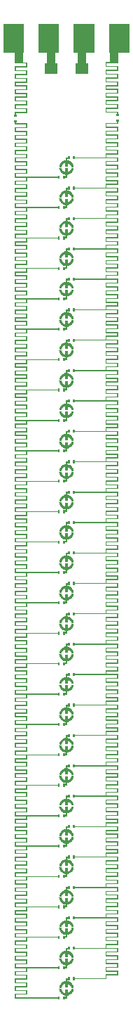
<source format=gbl>
G04*
G04 #@! TF.GenerationSoftware,Altium Limited,Altium Designer,21.0.8 (223)*
G04*
G04 Layer_Physical_Order=2*
G04 Layer_Color=16711680*
%FSLAX25Y25*%
%MOIN*%
G70*
G04*
G04 #@! TF.SameCoordinates,E0719600-9101-4F89-BDCF-51FE7D7513E6*
G04*
G04*
G04 #@! TF.FilePolarity,Positive*
G04*
G01*
G75*
%ADD11R,0.01417X0.00866*%
%ADD21C,0.03543*%
%ADD22R,0.00898X0.00799*%
%ADD23R,0.00866X0.01417*%
G36*
X213426Y618423D02*
X209505D01*
Y613539D01*
X210490D01*
Y608421D01*
X204584D01*
Y613539D01*
X205568D01*
Y618423D01*
X203584D01*
Y632202D01*
X213426D01*
Y618423D01*
D02*
G37*
G36*
X196623D02*
X194653D01*
Y613539D01*
X195638D01*
Y608421D01*
X189732D01*
Y613539D01*
X190717D01*
Y618423D01*
X186781D01*
Y632202D01*
X196623D01*
Y618423D01*
D02*
G37*
G36*
X230230D02*
X224635D01*
Y613613D01*
X219230D01*
Y612298D01*
X224635D01*
Y609983D01*
X219230D01*
Y608668D01*
X224635D01*
Y606353D01*
X219230D01*
Y605038D01*
X224635D01*
Y602723D01*
X219230D01*
Y601408D01*
X224635D01*
Y599203D01*
X219230D01*
Y597888D01*
X224635D01*
Y595573D01*
X219230D01*
Y594258D01*
X224635D01*
Y591943D01*
X219230D01*
Y590628D01*
X224635D01*
Y589526D01*
X225094D01*
Y588462D01*
X223676D01*
Y589526D01*
X224135D01*
Y590128D01*
X218729D01*
Y592443D01*
X224135D01*
Y593758D01*
X218729D01*
Y596073D01*
X224135D01*
Y597388D01*
X218729D01*
Y599703D01*
X224135D01*
Y600908D01*
X218729D01*
Y603223D01*
X224135D01*
Y604538D01*
X218729D01*
Y606853D01*
X224135D01*
Y608168D01*
X218729D01*
Y610483D01*
X224135D01*
Y611798D01*
X218729D01*
Y614113D01*
X220698D01*
Y618423D01*
X220387D01*
Y632202D01*
X230230D01*
Y618423D01*
D02*
G37*
G36*
X179820D02*
X179509D01*
Y613964D01*
X181462D01*
Y611649D01*
X176057D01*
Y610334D01*
X181462D01*
Y608019D01*
X176057D01*
Y606704D01*
X181462D01*
Y604389D01*
X176057D01*
Y603074D01*
X181462D01*
Y600759D01*
X176057D01*
Y599554D01*
X181462D01*
Y597239D01*
X176057D01*
Y595924D01*
X181462D01*
Y593609D01*
X176057D01*
Y592294D01*
X181462D01*
Y589979D01*
X176057D01*
Y589376D01*
X176515D01*
Y588313D01*
X175098D01*
Y589376D01*
X175557D01*
Y590479D01*
X180962D01*
Y591794D01*
X175557D01*
Y594109D01*
X180962D01*
Y595424D01*
X175557D01*
Y597739D01*
X180962D01*
Y599054D01*
X175557D01*
Y601259D01*
X180962D01*
Y602574D01*
X175557D01*
Y604889D01*
X180962D01*
Y606204D01*
X175557D01*
Y608519D01*
X180962D01*
Y609834D01*
X175557D01*
Y612149D01*
X180962D01*
Y613464D01*
X175557D01*
Y614642D01*
X175572D01*
Y618423D01*
X169977D01*
Y632202D01*
X179820D01*
Y618423D01*
D02*
G37*
G36*
X225094Y585785D02*
X224635D01*
Y584793D01*
X219230D01*
Y583477D01*
X224635D01*
Y581163D01*
X219230D01*
Y579847D01*
X224635D01*
Y577532D01*
X219230D01*
Y576218D01*
X224635D01*
Y573903D01*
X219230D01*
Y572587D01*
X224635D01*
Y570382D01*
X219230D01*
Y569067D01*
X224635D01*
Y566752D01*
X219230D01*
Y565437D01*
X224635D01*
Y563122D01*
X219230D01*
Y561807D01*
X224635D01*
Y559492D01*
X219230D01*
Y558177D01*
X224635D01*
Y555972D01*
X219230D01*
Y554657D01*
X224635D01*
Y552342D01*
X219230D01*
Y551027D01*
X224635D01*
Y548712D01*
X219230D01*
Y547397D01*
X224635D01*
Y545082D01*
X219230D01*
Y543767D01*
X224635D01*
Y541561D01*
X219230D01*
Y540246D01*
X224635D01*
Y537931D01*
X219230D01*
Y536616D01*
X224635D01*
Y534301D01*
X219230D01*
Y532986D01*
X224635D01*
Y530671D01*
X219230D01*
Y529356D01*
X224635D01*
Y527151D01*
X219230D01*
Y525836D01*
X224635D01*
Y523521D01*
X219230D01*
Y522206D01*
X224635D01*
Y519891D01*
X219230D01*
Y518576D01*
X224635D01*
Y516261D01*
X219230D01*
Y514946D01*
X224635D01*
Y512740D01*
X219230D01*
Y511425D01*
X224635D01*
Y509110D01*
X219230D01*
Y507795D01*
X224635D01*
Y505480D01*
X219230D01*
Y504165D01*
X224635D01*
Y501850D01*
X219230D01*
Y500535D01*
X224635D01*
Y498330D01*
X219230D01*
Y497015D01*
X224635D01*
Y494700D01*
X219230D01*
Y493385D01*
X224635D01*
Y491070D01*
X219230D01*
Y489755D01*
X224635D01*
Y487440D01*
X219230D01*
Y486125D01*
X224635D01*
Y483919D01*
X219230D01*
Y482604D01*
X224635D01*
Y480289D01*
X219230D01*
Y478974D01*
X224635D01*
Y476659D01*
X219230D01*
Y475344D01*
X224635D01*
Y473029D01*
X219230D01*
Y471714D01*
X224635D01*
Y469509D01*
X219230D01*
Y468194D01*
X224635D01*
Y465879D01*
X219230D01*
Y464564D01*
X224635D01*
Y462249D01*
X219230D01*
Y460934D01*
X224635D01*
Y458619D01*
X219230D01*
Y457304D01*
X224635D01*
Y455098D01*
X219230D01*
Y453783D01*
X224635D01*
Y451468D01*
X219230D01*
Y450153D01*
X224635D01*
Y447838D01*
X219230D01*
Y446523D01*
X224635D01*
Y444208D01*
X219230D01*
Y442893D01*
X224635D01*
Y440688D01*
X219230D01*
Y439373D01*
X224635D01*
Y437058D01*
X219230D01*
Y435743D01*
X224635D01*
Y433428D01*
X219230D01*
Y432113D01*
X224635D01*
Y429798D01*
X219230D01*
Y428483D01*
X224635D01*
Y426277D01*
X219230D01*
Y424962D01*
X224635D01*
Y422647D01*
X219230D01*
Y421332D01*
X224635D01*
Y419017D01*
X219230D01*
Y417702D01*
X224635D01*
Y415387D01*
X219230D01*
Y414072D01*
X224635D01*
Y411867D01*
X219230D01*
Y410552D01*
X224635D01*
Y408237D01*
X219230D01*
Y406922D01*
X224635D01*
Y404607D01*
X219230D01*
Y403292D01*
X224635D01*
Y400977D01*
X219230D01*
Y399662D01*
X224635D01*
Y397457D01*
X219230D01*
Y396142D01*
X224635D01*
Y393827D01*
X219230D01*
Y392512D01*
X224635D01*
Y390196D01*
X219230D01*
Y388881D01*
X224635D01*
Y386566D01*
X219230D01*
Y385251D01*
X224635D01*
Y383046D01*
X219230D01*
Y381731D01*
X224635D01*
Y379416D01*
X219230D01*
Y378101D01*
X224635D01*
Y375786D01*
X219230D01*
Y374471D01*
X224635D01*
Y372156D01*
X219230D01*
Y370841D01*
X224635D01*
Y368636D01*
X219230D01*
Y367321D01*
X224635D01*
Y365006D01*
X219230D01*
Y363691D01*
X224635D01*
Y361376D01*
X219230D01*
Y360061D01*
X224635D01*
Y357746D01*
X219230D01*
Y356431D01*
X224635D01*
Y354225D01*
X219230D01*
Y352910D01*
X224635D01*
Y350595D01*
X219230D01*
Y349280D01*
X224635D01*
Y346965D01*
X219230D01*
Y345650D01*
X224635D01*
Y343335D01*
X219230D01*
Y342020D01*
X224635D01*
Y339815D01*
X219230D01*
Y338500D01*
X224635D01*
Y336185D01*
X219230D01*
Y334870D01*
X224635D01*
Y332555D01*
X219230D01*
Y331240D01*
X224635D01*
Y328925D01*
X219230D01*
Y327610D01*
X224635D01*
Y325404D01*
X219230D01*
Y324089D01*
X224635D01*
Y321774D01*
X219230D01*
Y320459D01*
X224635D01*
Y318144D01*
X219230D01*
Y316829D01*
X224635D01*
Y314514D01*
X219230D01*
Y313199D01*
X224635D01*
Y310994D01*
X219230D01*
Y309679D01*
X224635D01*
Y307364D01*
X219230D01*
Y306049D01*
X224635D01*
Y303734D01*
X219230D01*
Y302419D01*
X224635D01*
Y300104D01*
X219230D01*
Y298789D01*
X224635D01*
Y296583D01*
X219230D01*
Y295268D01*
X224635D01*
Y292953D01*
X219230D01*
Y291638D01*
X224635D01*
Y289323D01*
X219230D01*
Y288008D01*
X224635D01*
Y285693D01*
X219230D01*
Y284378D01*
X224635D01*
Y282173D01*
X219230D01*
Y280858D01*
X224635D01*
Y278543D01*
X219230D01*
Y277228D01*
X224635D01*
Y274913D01*
X219230D01*
Y273598D01*
X224635D01*
Y271283D01*
X219230D01*
Y269968D01*
X224635D01*
Y267762D01*
X219230D01*
Y266447D01*
X224635D01*
Y264132D01*
X219230D01*
Y262817D01*
X224635D01*
Y260502D01*
X219230D01*
Y259187D01*
X224635D01*
Y256872D01*
X219230D01*
Y255557D01*
X224635D01*
Y253352D01*
X219230D01*
Y252037D01*
X224635D01*
Y249722D01*
X219230D01*
Y248407D01*
X224635D01*
Y246092D01*
X219230D01*
Y244777D01*
X224635D01*
Y242462D01*
X219230D01*
Y241147D01*
X224635D01*
Y238941D01*
X219230D01*
Y237627D01*
X224635D01*
Y235312D01*
X219230D01*
Y233997D01*
X224635D01*
Y231681D01*
X219230D01*
Y230366D01*
X224635D01*
Y228051D01*
X219230D01*
Y226736D01*
X224635D01*
Y224531D01*
X219230D01*
Y223216D01*
X224635D01*
Y220901D01*
X219230D01*
Y219586D01*
X224635D01*
Y217271D01*
X219230D01*
Y215956D01*
X224635D01*
Y213641D01*
X219230D01*
Y212326D01*
X224635D01*
Y210121D01*
X219230D01*
Y208805D01*
X224635D01*
Y206490D01*
X219230D01*
Y205175D01*
X224635D01*
Y202860D01*
X219230D01*
Y201546D01*
X224635D01*
Y199231D01*
X219230D01*
Y197915D01*
X224635D01*
Y195710D01*
X219230D01*
Y194395D01*
X224635D01*
Y192080D01*
X219230D01*
Y190765D01*
X224635D01*
Y188450D01*
X219230D01*
Y187135D01*
X224635D01*
Y184820D01*
X219230D01*
Y183505D01*
X224635D01*
Y181300D01*
X219230D01*
Y179485D01*
X204118D01*
Y179026D01*
X203252D01*
Y180443D01*
X204118D01*
Y179985D01*
X218729D01*
Y181800D01*
X224135D01*
Y183005D01*
X218729D01*
Y185320D01*
X224135D01*
Y186635D01*
X218729D01*
Y188950D01*
X224135D01*
Y190265D01*
X218729D01*
Y192580D01*
X224135D01*
Y193895D01*
X204118D01*
Y193436D01*
X203252D01*
Y194854D01*
X204118D01*
Y194395D01*
X218729D01*
Y196210D01*
X224135D01*
Y197415D01*
X218729D01*
Y199731D01*
X224135D01*
Y201045D01*
X218729D01*
Y203361D01*
X224135D01*
Y204676D01*
X218729D01*
Y206991D01*
X224135D01*
Y208306D01*
X204118D01*
Y207847D01*
X203252D01*
Y209264D01*
X204118D01*
Y208805D01*
X218729D01*
Y210620D01*
X224135D01*
Y211826D01*
X218729D01*
Y214141D01*
X224135D01*
Y215456D01*
X218729D01*
Y217771D01*
X224135D01*
Y219086D01*
X218729D01*
Y221401D01*
X224135D01*
Y222716D01*
X204118D01*
Y222257D01*
X203252D01*
Y223675D01*
X204118D01*
Y223216D01*
X218729D01*
Y225031D01*
X224135D01*
Y226237D01*
X218729D01*
Y228552D01*
X224135D01*
Y229866D01*
X218729D01*
Y232181D01*
X224135D01*
Y233496D01*
X218729D01*
Y235811D01*
X224135D01*
Y237126D01*
X204118D01*
Y236668D01*
X203252D01*
Y238085D01*
X204118D01*
Y237627D01*
X218729D01*
Y239441D01*
X224135D01*
Y240647D01*
X218729D01*
Y242962D01*
X224135D01*
Y244277D01*
X218729D01*
Y246592D01*
X224135D01*
Y247907D01*
X218729D01*
Y250222D01*
X224135D01*
Y251537D01*
X204118D01*
Y251078D01*
X203252D01*
Y252496D01*
X204118D01*
Y252037D01*
X218729D01*
Y253852D01*
X224135D01*
Y255057D01*
X218729D01*
Y257372D01*
X224135D01*
Y258687D01*
X218729D01*
Y261002D01*
X224135D01*
Y262317D01*
X218729D01*
Y264632D01*
X224135D01*
Y265947D01*
X204118D01*
Y265489D01*
X203252D01*
Y266906D01*
X204118D01*
Y266447D01*
X218729D01*
Y268262D01*
X224135D01*
Y269468D01*
X218729D01*
Y271783D01*
X224135D01*
Y273098D01*
X218729D01*
Y275413D01*
X224135D01*
Y276728D01*
X218729D01*
Y279043D01*
X224135D01*
Y280358D01*
X204118D01*
Y279899D01*
X203252D01*
Y281316D01*
X204118D01*
Y280858D01*
X218729D01*
Y282673D01*
X224135D01*
Y283878D01*
X218729D01*
Y286193D01*
X224135D01*
Y287508D01*
X218729D01*
Y289823D01*
X224135D01*
Y291138D01*
X218729D01*
Y293453D01*
X224135D01*
Y294768D01*
X204118D01*
Y294310D01*
X203252D01*
Y295727D01*
X204118D01*
Y295268D01*
X218729D01*
Y297083D01*
X224135D01*
Y298289D01*
X218729D01*
Y300604D01*
X224135D01*
Y301919D01*
X218729D01*
Y304234D01*
X224135D01*
Y305549D01*
X218729D01*
Y307864D01*
X224135D01*
Y309179D01*
X204118D01*
Y308720D01*
X203252D01*
Y310137D01*
X204118D01*
Y309679D01*
X218729D01*
Y311494D01*
X224135D01*
Y312699D01*
X218729D01*
Y315014D01*
X224135D01*
Y316329D01*
X218729D01*
Y318644D01*
X224135D01*
Y319959D01*
X218729D01*
Y322274D01*
X224135D01*
Y323589D01*
X204118D01*
Y323130D01*
X203252D01*
Y324548D01*
X204118D01*
Y324089D01*
X218729D01*
Y325904D01*
X224135D01*
Y327110D01*
X218729D01*
Y329425D01*
X224135D01*
Y330740D01*
X218729D01*
Y333055D01*
X224135D01*
Y334370D01*
X218729D01*
Y336685D01*
X224135D01*
Y338000D01*
X204118D01*
Y337541D01*
X203252D01*
Y338958D01*
X204118D01*
Y338500D01*
X218729D01*
Y340315D01*
X224135D01*
Y341520D01*
X218729D01*
Y343835D01*
X224135D01*
Y345150D01*
X218729D01*
Y347465D01*
X224135D01*
Y348780D01*
X218729D01*
Y351095D01*
X224135D01*
Y352410D01*
X204118D01*
Y351952D01*
X203252D01*
Y353369D01*
X204118D01*
Y352910D01*
X218729D01*
Y354725D01*
X224135D01*
Y355931D01*
X218729D01*
Y358246D01*
X224135D01*
Y359561D01*
X218729D01*
Y361876D01*
X224135D01*
Y363191D01*
X218729D01*
Y365506D01*
X224135D01*
Y366821D01*
X204118D01*
Y366362D01*
X203252D01*
Y367779D01*
X204118D01*
Y367321D01*
X218729D01*
Y369136D01*
X224135D01*
Y370341D01*
X218729D01*
Y372656D01*
X224135D01*
Y373971D01*
X218729D01*
Y376286D01*
X224135D01*
Y377601D01*
X218729D01*
Y379916D01*
X224135D01*
Y381231D01*
X204118D01*
Y380772D01*
X203252D01*
Y382190D01*
X204118D01*
Y381731D01*
X218729D01*
Y383546D01*
X224135D01*
Y384752D01*
X218729D01*
Y387067D01*
X224135D01*
Y388382D01*
X218729D01*
Y390697D01*
X224135D01*
Y392011D01*
X218729D01*
Y394326D01*
X224135D01*
Y395641D01*
X204118D01*
Y395183D01*
X203252D01*
Y396600D01*
X204118D01*
Y396142D01*
X218729D01*
Y397956D01*
X224135D01*
Y399162D01*
X218729D01*
Y401477D01*
X224135D01*
Y402792D01*
X218729D01*
Y405107D01*
X224135D01*
Y406422D01*
X218729D01*
Y408737D01*
X224135D01*
Y410052D01*
X204118D01*
Y409593D01*
X203252D01*
Y411011D01*
X204118D01*
Y410552D01*
X218729D01*
Y412367D01*
X224135D01*
Y413572D01*
X218729D01*
Y415887D01*
X224135D01*
Y417202D01*
X218729D01*
Y419517D01*
X224135D01*
Y420832D01*
X218729D01*
Y423147D01*
X224135D01*
Y424462D01*
X204118D01*
Y424004D01*
X203252D01*
Y425421D01*
X204118D01*
Y424962D01*
X218729D01*
Y426777D01*
X224135D01*
Y427983D01*
X218729D01*
Y430298D01*
X224135D01*
Y431613D01*
X218729D01*
Y433928D01*
X224135D01*
Y435243D01*
X218729D01*
Y437558D01*
X224135D01*
Y438873D01*
X204118D01*
Y438414D01*
X203252D01*
Y439831D01*
X204118D01*
Y439373D01*
X218729D01*
Y441188D01*
X224135D01*
Y442393D01*
X218729D01*
Y444708D01*
X224135D01*
Y446023D01*
X218729D01*
Y448338D01*
X224135D01*
Y449653D01*
X218729D01*
Y451968D01*
X224135D01*
Y453283D01*
X204118D01*
Y452825D01*
X203252D01*
Y454242D01*
X204118D01*
Y453783D01*
X218729D01*
Y455598D01*
X224135D01*
Y456804D01*
X218729D01*
Y459119D01*
X224135D01*
Y460434D01*
X218729D01*
Y462749D01*
X224135D01*
Y464064D01*
X218729D01*
Y466379D01*
X224135D01*
Y467694D01*
X204118D01*
Y467235D01*
X203252D01*
Y468652D01*
X204118D01*
Y468194D01*
X218729D01*
Y470009D01*
X224135D01*
Y471214D01*
X218729D01*
Y473529D01*
X224135D01*
Y474844D01*
X218729D01*
Y477159D01*
X224135D01*
Y478474D01*
X218729D01*
Y480789D01*
X224135D01*
Y482104D01*
X204118D01*
Y481646D01*
X203252D01*
Y483063D01*
X204118D01*
Y482604D01*
X218729D01*
Y484419D01*
X224135D01*
Y485625D01*
X218729D01*
Y487940D01*
X224135D01*
Y489255D01*
X218729D01*
Y491570D01*
X224135D01*
Y492885D01*
X218729D01*
Y495200D01*
X224135D01*
Y496515D01*
X204118D01*
Y496056D01*
X203252D01*
Y497473D01*
X204118D01*
Y497015D01*
X218729D01*
Y498830D01*
X224135D01*
Y500035D01*
X218729D01*
Y502350D01*
X224135D01*
Y503665D01*
X218729D01*
Y505980D01*
X224135D01*
Y507295D01*
X218729D01*
Y509610D01*
X224135D01*
Y510925D01*
X204118D01*
Y510466D01*
X203252D01*
Y511884D01*
X204118D01*
Y511425D01*
X218729D01*
Y513240D01*
X224135D01*
Y514446D01*
X218729D01*
Y516761D01*
X224135D01*
Y518076D01*
X218729D01*
Y520391D01*
X224135D01*
Y521706D01*
X218729D01*
Y524021D01*
X224135D01*
Y525336D01*
X204118D01*
Y524877D01*
X203252D01*
Y526294D01*
X204118D01*
Y525836D01*
X218729D01*
Y527651D01*
X224135D01*
Y528856D01*
X218729D01*
Y531171D01*
X224135D01*
Y532486D01*
X218729D01*
Y534801D01*
X224135D01*
Y536116D01*
X218729D01*
Y538431D01*
X224135D01*
Y539746D01*
X204118D01*
Y539287D01*
X203252D01*
Y540705D01*
X204118D01*
Y540246D01*
X218729D01*
Y542061D01*
X224135D01*
Y543267D01*
X218729D01*
Y545582D01*
X224135D01*
Y546897D01*
X218729D01*
Y549212D01*
X224135D01*
Y550527D01*
X218729D01*
Y552842D01*
X224135D01*
Y554157D01*
X204118D01*
Y553698D01*
X203252D01*
Y555115D01*
X204118D01*
Y554657D01*
X218729D01*
Y556472D01*
X224135D01*
Y557677D01*
X218729D01*
Y559992D01*
X224135D01*
Y561307D01*
X218729D01*
Y563622D01*
X224135D01*
Y564937D01*
X218729D01*
Y567252D01*
X224135D01*
Y568567D01*
X204118D01*
Y568108D01*
X203252D01*
Y569526D01*
X204118D01*
Y569067D01*
X218729D01*
Y570882D01*
X224135D01*
Y572087D01*
X218729D01*
Y574403D01*
X224135D01*
Y575717D01*
X218729D01*
Y578032D01*
X224135D01*
Y579348D01*
X218729D01*
Y581663D01*
X224135D01*
Y582977D01*
X218729D01*
Y585292D01*
X224135D01*
Y585785D01*
X223676D01*
Y586848D01*
X225094D01*
Y585785D01*
D02*
G37*
G36*
X201638Y568108D02*
X200772D01*
Y568567D01*
X200354D01*
Y567673D01*
X200667Y567650D01*
X201275Y567493D01*
X201845Y567230D01*
X202359Y566869D01*
X202800Y566422D01*
X203154Y565903D01*
X203409Y565329D01*
X203556Y564718D01*
X203574Y564405D01*
X202372Y564405D01*
X202372D01*
X202315Y564746D01*
X202052Y565383D01*
X201609Y565913D01*
X201029Y566285D01*
X200704Y566401D01*
Y564654D01*
X199504D01*
Y566401D01*
X199178Y566285D01*
X198598Y565913D01*
X198155Y565383D01*
X197892Y564746D01*
X197835Y564405D01*
X196632D01*
X196632Y564405D01*
X196651Y564718D01*
X196798Y565329D01*
X197053Y565903D01*
X197407Y566422D01*
X197848Y566869D01*
X198362Y567230D01*
X198932Y567493D01*
X199540Y567650D01*
X199854Y567673D01*
X199854Y569067D01*
X200772D01*
Y569526D01*
X201638D01*
Y568108D01*
D02*
G37*
G36*
X203556Y563691D02*
X203409Y563081D01*
X203154Y562507D01*
X202800Y561988D01*
X202359Y561541D01*
X201845Y561179D01*
X201275Y560916D01*
X200667Y560760D01*
X200354Y560737D01*
Y559343D01*
X199435D01*
Y558884D01*
X198569D01*
Y560302D01*
X199435D01*
Y559843D01*
X199854D01*
Y560737D01*
X199854Y560737D01*
X199540Y560760D01*
X198932Y560916D01*
X198362Y561179D01*
X197848Y561541D01*
X197407Y561988D01*
X197053Y562507D01*
X196798Y563081D01*
X196651Y563691D01*
X196632Y564005D01*
X197835D01*
Y564005D01*
X197892Y563664D01*
X198155Y563027D01*
X198598Y562497D01*
X199178Y562125D01*
X199504Y562009D01*
Y563756D01*
X200704D01*
Y562009D01*
X200704Y562009D01*
X200704D01*
X200704D01*
D01*
X201029Y562125D01*
X201609Y562497D01*
X202052Y563027D01*
X202315Y563664D01*
X202372Y564005D01*
X203574Y564005D01*
X203556Y563691D01*
D02*
G37*
G36*
X176515Y585636D02*
X176057D01*
Y585143D01*
X181462D01*
Y582828D01*
X176057D01*
Y581513D01*
X181462D01*
Y579198D01*
X176057D01*
Y577883D01*
X181462D01*
Y575568D01*
X176057D01*
Y574253D01*
X181462D01*
Y571938D01*
X176057D01*
Y570733D01*
X181462D01*
Y568418D01*
X176057D01*
Y567103D01*
X181462D01*
Y564788D01*
X176057D01*
Y563473D01*
X181462D01*
Y561158D01*
X176057D01*
Y559843D01*
X196089D01*
Y560302D01*
X196955D01*
Y558884D01*
X196089D01*
Y559343D01*
X181462D01*
Y557528D01*
X176057D01*
Y556322D01*
X181462D01*
Y554007D01*
X176057D01*
Y552693D01*
X181462D01*
Y550378D01*
X176057D01*
Y549062D01*
X181462D01*
Y546747D01*
X176057D01*
Y545432D01*
X196089D01*
Y545891D01*
X196955D01*
Y544474D01*
X196089D01*
Y544932D01*
X181462D01*
Y543118D01*
X176057D01*
Y541912D01*
X181462D01*
Y539597D01*
X176057D01*
Y538282D01*
X181462D01*
Y535967D01*
X176057D01*
Y534652D01*
X181462D01*
Y532337D01*
X176057D01*
Y531022D01*
X196089D01*
Y531481D01*
X196955D01*
Y530063D01*
X196089D01*
Y530522D01*
X181462D01*
Y528707D01*
X176057D01*
Y527501D01*
X181462D01*
Y525186D01*
X176057D01*
Y523872D01*
X181462D01*
Y521557D01*
X176057D01*
Y520241D01*
X181462D01*
Y517927D01*
X176057D01*
Y516611D01*
X196089D01*
Y517070D01*
X196955D01*
Y515653D01*
X196089D01*
Y516112D01*
X181462D01*
Y514296D01*
X176057D01*
Y513091D01*
X181462D01*
Y510776D01*
X176057D01*
Y509461D01*
X181462D01*
Y507146D01*
X176057D01*
Y505831D01*
X181462D01*
Y503516D01*
X176057D01*
Y502201D01*
X196089D01*
Y502660D01*
X196955D01*
Y501242D01*
X196089D01*
Y501701D01*
X181462D01*
Y499886D01*
X176057D01*
Y498681D01*
X181462D01*
Y496366D01*
X176057D01*
Y495051D01*
X181462D01*
Y492736D01*
X176057D01*
Y491421D01*
X181462D01*
Y489106D01*
X176057D01*
Y487791D01*
X196089D01*
Y488249D01*
X196955D01*
Y486832D01*
X196089D01*
Y487291D01*
X181462D01*
Y485476D01*
X176057D01*
Y484270D01*
X181462D01*
Y481955D01*
X176057D01*
Y480640D01*
X181462D01*
Y478325D01*
X176057D01*
Y477010D01*
X181462D01*
Y474695D01*
X176057D01*
Y473380D01*
X196089D01*
Y473839D01*
X196955D01*
Y472422D01*
X196089D01*
Y472880D01*
X181462D01*
Y471065D01*
X176057D01*
Y469860D01*
X181462D01*
Y467545D01*
X176057D01*
Y466230D01*
X181462D01*
Y463915D01*
X176057D01*
Y462600D01*
X181462D01*
Y460285D01*
X176057D01*
Y458970D01*
X196089D01*
Y459428D01*
X196955D01*
Y458011D01*
X196089D01*
Y458470D01*
X181462D01*
Y456655D01*
X176057D01*
Y455449D01*
X181462D01*
Y453134D01*
X176057D01*
Y451819D01*
X181462D01*
Y449504D01*
X176057D01*
Y448189D01*
X181462D01*
Y445874D01*
X176057D01*
Y444559D01*
X196089D01*
Y445018D01*
X196955D01*
Y443601D01*
X196089D01*
Y444059D01*
X181462D01*
Y442244D01*
X176057D01*
Y441039D01*
X181462D01*
Y438724D01*
X176057D01*
Y437409D01*
X181462D01*
Y435094D01*
X176057D01*
Y433779D01*
X181462D01*
Y431464D01*
X176057D01*
Y430149D01*
X196089D01*
Y430607D01*
X196955D01*
Y429190D01*
X196089D01*
Y429649D01*
X181462D01*
Y427834D01*
X176057D01*
Y426628D01*
X181462D01*
Y424313D01*
X176057D01*
Y422998D01*
X181462D01*
Y420683D01*
X176057D01*
Y419368D01*
X181462D01*
Y417053D01*
X176057D01*
Y415738D01*
X196089D01*
Y416197D01*
X196955D01*
Y414780D01*
X196089D01*
Y415238D01*
X181462D01*
Y413423D01*
X176057D01*
Y412218D01*
X181462D01*
Y409903D01*
X176057D01*
Y408588D01*
X181462D01*
Y406273D01*
X176057D01*
Y404958D01*
X181462D01*
Y402643D01*
X176057D01*
Y401328D01*
X196089D01*
Y401787D01*
X196955D01*
Y400369D01*
X196089D01*
Y400828D01*
X181462D01*
Y399013D01*
X176057D01*
Y397807D01*
X181462D01*
Y395492D01*
X176057D01*
Y394177D01*
X181462D01*
Y391862D01*
X176057D01*
Y390547D01*
X181462D01*
Y388232D01*
X176057D01*
Y386917D01*
X196089D01*
Y387376D01*
X196955D01*
Y385959D01*
X196089D01*
Y386417D01*
X181462D01*
Y384602D01*
X176057D01*
Y383397D01*
X181462D01*
Y381082D01*
X176057D01*
Y379767D01*
X181462D01*
Y377452D01*
X176057D01*
Y376137D01*
X181462D01*
Y373822D01*
X176057D01*
Y372507D01*
X196089D01*
Y372966D01*
X196955D01*
Y371548D01*
X196089D01*
Y372007D01*
X181462D01*
Y370192D01*
X176057D01*
Y368987D01*
X181462D01*
Y366671D01*
X176057D01*
Y365356D01*
X181462D01*
Y363041D01*
X176057D01*
Y361726D01*
X181462D01*
Y359412D01*
X176057D01*
Y358097D01*
X196089D01*
Y358555D01*
X196955D01*
Y357138D01*
X196089D01*
Y357596D01*
X181462D01*
Y355782D01*
X176057D01*
Y354576D01*
X181462D01*
Y352261D01*
X176057D01*
Y350946D01*
X181462D01*
Y348631D01*
X176057D01*
Y347316D01*
X181462D01*
Y345001D01*
X176057D01*
Y343686D01*
X196089D01*
Y344145D01*
X196955D01*
Y342727D01*
X196089D01*
Y343186D01*
X181462D01*
Y341371D01*
X176057D01*
Y340165D01*
X181462D01*
Y337851D01*
X176057D01*
Y336536D01*
X181462D01*
Y334221D01*
X176057D01*
Y332906D01*
X181462D01*
Y330591D01*
X176057D01*
Y329276D01*
X196089D01*
Y329734D01*
X196955D01*
Y328317D01*
X196089D01*
Y328776D01*
X181462D01*
Y326961D01*
X176057D01*
Y325755D01*
X181462D01*
Y323440D01*
X176057D01*
Y322125D01*
X181462D01*
Y319810D01*
X176057D01*
Y318495D01*
X181462D01*
Y316180D01*
X176057D01*
Y314865D01*
X196089D01*
Y315324D01*
X196955D01*
Y313906D01*
X196089D01*
Y314365D01*
X181462D01*
Y312550D01*
X176057D01*
Y311345D01*
X181462D01*
Y309030D01*
X176057D01*
Y307715D01*
X181462D01*
Y305400D01*
X176057D01*
Y304085D01*
X181462D01*
Y301770D01*
X176057D01*
Y300455D01*
X196089D01*
Y300913D01*
X196955D01*
Y299496D01*
X196089D01*
Y299955D01*
X181462D01*
Y298140D01*
X176057D01*
Y296934D01*
X181462D01*
Y294619D01*
X176057D01*
Y293304D01*
X181462D01*
Y290989D01*
X176057D01*
Y289674D01*
X181462D01*
Y287359D01*
X176057D01*
Y286044D01*
X196089D01*
Y286503D01*
X196955D01*
Y285086D01*
X196089D01*
Y285544D01*
X181462D01*
Y283729D01*
X176057D01*
Y282524D01*
X181462D01*
Y280209D01*
X176057D01*
Y278894D01*
X181462D01*
Y276579D01*
X176057D01*
Y275264D01*
X181462D01*
Y272949D01*
X176057D01*
Y271634D01*
X196089D01*
Y272092D01*
X196955D01*
Y270675D01*
X196089D01*
Y271134D01*
X181462D01*
Y269319D01*
X176057D01*
Y268113D01*
X181462D01*
Y265798D01*
X176057D01*
Y264483D01*
X181462D01*
Y262168D01*
X176057D01*
Y260853D01*
X181462D01*
Y258538D01*
X176057D01*
Y257223D01*
X196089D01*
Y257682D01*
X196955D01*
Y256265D01*
X196089D01*
Y256723D01*
X181462D01*
Y254908D01*
X176057D01*
Y253703D01*
X181462D01*
Y251388D01*
X176057D01*
Y250073D01*
X181462D01*
Y247758D01*
X176057D01*
Y246443D01*
X181462D01*
Y244128D01*
X176057D01*
Y242813D01*
X196089D01*
Y243271D01*
X196955D01*
Y241854D01*
X196089D01*
Y242313D01*
X181462D01*
Y240498D01*
X176057D01*
Y239292D01*
X181462D01*
Y236977D01*
X176057D01*
Y235662D01*
X181462D01*
Y233347D01*
X176057D01*
Y232032D01*
X181462D01*
Y229717D01*
X176057D01*
Y228402D01*
X196089D01*
Y228861D01*
X196955D01*
Y227444D01*
X196089D01*
Y227902D01*
X181462D01*
Y226087D01*
X176057D01*
Y224882D01*
X181462D01*
Y222567D01*
X176057D01*
Y221252D01*
X181462D01*
Y218937D01*
X176057D01*
Y217622D01*
X181462D01*
Y215307D01*
X176057D01*
Y213992D01*
X196089D01*
Y214451D01*
X196955D01*
Y213033D01*
X196089D01*
Y213492D01*
X181462D01*
Y211677D01*
X176057D01*
Y210471D01*
X181462D01*
Y208156D01*
X176057D01*
Y206841D01*
X181462D01*
Y204526D01*
X176057D01*
Y203211D01*
X181462D01*
Y200896D01*
X176057D01*
Y199581D01*
X196089D01*
Y200040D01*
X196955D01*
Y198623D01*
X196089D01*
Y199081D01*
X181462D01*
Y197266D01*
X176057D01*
Y196061D01*
X181462D01*
Y193746D01*
X176057D01*
Y192431D01*
X181462D01*
Y190116D01*
X176057D01*
Y188801D01*
X181462D01*
Y186486D01*
X176057D01*
Y185171D01*
X196089D01*
Y185630D01*
X196955D01*
Y184212D01*
X196089D01*
Y184671D01*
X181462D01*
Y182856D01*
X176057D01*
Y181650D01*
X181462D01*
Y179335D01*
X176057D01*
Y178021D01*
X181462D01*
Y175706D01*
X176057D01*
Y174390D01*
X181462D01*
Y172075D01*
X176057D01*
Y170761D01*
X196089D01*
Y171219D01*
X196955D01*
Y169802D01*
X196089D01*
Y170261D01*
X175557D01*
Y172575D01*
X180962D01*
Y173890D01*
X175557D01*
Y176206D01*
X180962D01*
Y177521D01*
X175557D01*
Y179835D01*
X180962D01*
Y181150D01*
X175557D01*
Y183356D01*
X180962D01*
Y184671D01*
X175557D01*
Y186986D01*
X180962D01*
Y188301D01*
X175557D01*
Y190616D01*
X180962D01*
Y191931D01*
X175557D01*
Y194246D01*
X180962D01*
Y195561D01*
X175557D01*
Y197766D01*
X180962D01*
Y199081D01*
X175557D01*
Y201396D01*
X180962D01*
Y202711D01*
X175557D01*
Y205026D01*
X180962D01*
Y206341D01*
X175557D01*
Y208656D01*
X180962D01*
Y209971D01*
X175557D01*
Y212177D01*
X180962D01*
Y213492D01*
X175557D01*
Y215807D01*
X180962D01*
Y217122D01*
X175557D01*
Y219437D01*
X180962D01*
Y220752D01*
X175557D01*
Y223067D01*
X180962D01*
Y224382D01*
X175557D01*
Y226587D01*
X180962D01*
Y227902D01*
X175557D01*
Y230217D01*
X180962D01*
Y231532D01*
X175557D01*
Y233847D01*
X180962D01*
Y235162D01*
X175557D01*
Y237477D01*
X180962D01*
Y238792D01*
X175557D01*
Y240998D01*
X180962D01*
Y242313D01*
X175557D01*
Y244628D01*
X180962D01*
Y245943D01*
X175557D01*
Y248258D01*
X180962D01*
Y249573D01*
X175557D01*
Y251888D01*
X180962D01*
Y253203D01*
X175557D01*
Y255408D01*
X180962D01*
Y256723D01*
X175557D01*
Y259038D01*
X180962D01*
Y260353D01*
X175557D01*
Y262668D01*
X180962D01*
Y263983D01*
X175557D01*
Y266298D01*
X180962D01*
Y267613D01*
X175557D01*
Y269819D01*
X180962D01*
Y271134D01*
X175557D01*
Y273449D01*
X180962D01*
Y274764D01*
X175557D01*
Y277079D01*
X180962D01*
Y278394D01*
X175557D01*
Y280709D01*
X180962D01*
Y282024D01*
X175557D01*
Y284229D01*
X180962D01*
Y285544D01*
X175557D01*
Y287859D01*
X180962D01*
Y289174D01*
X175557D01*
Y291489D01*
X180962D01*
Y292804D01*
X175557D01*
Y295119D01*
X180962D01*
Y296434D01*
X175557D01*
Y298640D01*
X180962D01*
Y299955D01*
X175557D01*
Y302270D01*
X180962D01*
Y303585D01*
X175557D01*
Y305900D01*
X180962D01*
Y307215D01*
X175557D01*
Y309530D01*
X180962D01*
Y310845D01*
X175557D01*
Y313050D01*
X180962D01*
Y314365D01*
X175557D01*
Y316680D01*
X180962D01*
Y317995D01*
X175557D01*
Y320310D01*
X180962D01*
Y321625D01*
X175557D01*
Y323940D01*
X180962D01*
Y325255D01*
X175557D01*
Y327461D01*
X180962D01*
Y328776D01*
X175557D01*
Y331090D01*
X180962D01*
Y332405D01*
X175557D01*
Y334721D01*
X180962D01*
Y336036D01*
X175557D01*
Y338351D01*
X180962D01*
Y339666D01*
X175557D01*
Y341871D01*
X180962D01*
Y343186D01*
X175557D01*
Y345501D01*
X180962D01*
Y346816D01*
X175557D01*
Y349131D01*
X180962D01*
Y350446D01*
X175557D01*
Y352761D01*
X180962D01*
Y354076D01*
X175557D01*
Y356281D01*
X180962D01*
Y357596D01*
X175557D01*
Y359911D01*
X180962D01*
Y361227D01*
X175557D01*
Y363542D01*
X180962D01*
Y364857D01*
X175557D01*
Y367172D01*
X180962D01*
Y368486D01*
X175557D01*
Y370692D01*
X180962D01*
Y372007D01*
X175557D01*
Y374322D01*
X180962D01*
Y375637D01*
X175557D01*
Y377952D01*
X180962D01*
Y379267D01*
X175557D01*
Y381582D01*
X180962D01*
Y382897D01*
X175557D01*
Y385102D01*
X180962D01*
Y386417D01*
X175557D01*
Y388732D01*
X180962D01*
Y390047D01*
X175557D01*
Y392362D01*
X180962D01*
Y393677D01*
X175557D01*
Y395992D01*
X180962D01*
Y397307D01*
X175557D01*
Y399513D01*
X180962D01*
Y400828D01*
X175557D01*
Y403143D01*
X180962D01*
Y404458D01*
X175557D01*
Y406773D01*
X180962D01*
Y408088D01*
X175557D01*
Y410403D01*
X180962D01*
Y411718D01*
X175557D01*
Y413923D01*
X180962D01*
Y415238D01*
X175557D01*
Y417553D01*
X180962D01*
Y418868D01*
X175557D01*
Y421183D01*
X180962D01*
Y422498D01*
X175557D01*
Y424813D01*
X180962D01*
Y426128D01*
X175557D01*
Y428334D01*
X180962D01*
Y429649D01*
X175557D01*
Y431964D01*
X180962D01*
Y433279D01*
X175557D01*
Y435594D01*
X180962D01*
Y436909D01*
X175557D01*
Y439224D01*
X180962D01*
Y440539D01*
X175557D01*
Y442744D01*
X180962D01*
Y444059D01*
X175557D01*
Y446374D01*
X180962D01*
Y447689D01*
X175557D01*
Y450004D01*
X180962D01*
Y451319D01*
X175557D01*
Y453634D01*
X180962D01*
Y454949D01*
X175557D01*
Y457155D01*
X180962D01*
Y458470D01*
X175557D01*
Y460785D01*
X180962D01*
Y462100D01*
X175557D01*
Y464415D01*
X180962D01*
Y465730D01*
X175557D01*
Y468045D01*
X180962D01*
Y469360D01*
X175557D01*
Y471565D01*
X180962D01*
Y472880D01*
X175557D01*
Y475195D01*
X180962D01*
Y476510D01*
X175557D01*
Y478825D01*
X180962D01*
Y480140D01*
X175557D01*
Y482455D01*
X180962D01*
Y483770D01*
X175557D01*
Y485976D01*
X180962D01*
Y487291D01*
X175557D01*
Y489606D01*
X180962D01*
Y490921D01*
X175557D01*
Y493236D01*
X180962D01*
Y494551D01*
X175557D01*
Y496866D01*
X180962D01*
Y498181D01*
X175557D01*
Y500386D01*
X180962D01*
Y501701D01*
X175557D01*
Y504016D01*
X180962D01*
Y505331D01*
X175557D01*
Y507646D01*
X180962D01*
Y508961D01*
X175557D01*
Y511276D01*
X180962D01*
Y512591D01*
X175557D01*
Y514796D01*
X180962D01*
Y516112D01*
X175557D01*
Y518427D01*
X180962D01*
Y519741D01*
X175557D01*
Y522056D01*
X180962D01*
Y523372D01*
X175557D01*
Y525687D01*
X180962D01*
Y527001D01*
X175557D01*
Y529207D01*
X180962D01*
Y530522D01*
X175557D01*
Y532837D01*
X180962D01*
Y534152D01*
X175557D01*
Y536467D01*
X180962D01*
Y537782D01*
X175557D01*
Y540097D01*
X180962D01*
Y541412D01*
X175557D01*
Y543617D01*
X180962D01*
Y544932D01*
X175557D01*
Y547248D01*
X180962D01*
Y548562D01*
X175557D01*
Y550878D01*
X180962D01*
Y552192D01*
X175557D01*
Y554507D01*
X180962D01*
Y555823D01*
X175557D01*
Y558028D01*
X180962D01*
Y559343D01*
X175557D01*
Y561658D01*
X180962D01*
Y562973D01*
X175557D01*
Y565288D01*
X180962D01*
Y566603D01*
X175557D01*
Y568918D01*
X180962D01*
Y570233D01*
X175557D01*
Y572438D01*
X180962D01*
Y573753D01*
X175557D01*
Y576068D01*
X180962D01*
Y577383D01*
X175557D01*
Y579698D01*
X180962D01*
Y581013D01*
X175557D01*
Y583328D01*
X180962D01*
Y584643D01*
X175557D01*
Y585636D01*
X175098D01*
Y586699D01*
X176515D01*
Y585636D01*
D02*
G37*
G36*
X201638Y553698D02*
X200772D01*
Y554157D01*
X200354D01*
Y553262D01*
X200667Y553240D01*
X201275Y553083D01*
X201845Y552820D01*
X202359Y552459D01*
X202800Y552012D01*
X203154Y551493D01*
X203409Y550918D01*
X203556Y550308D01*
X203574Y549995D01*
X202372Y549995D01*
X202372D01*
X202315Y550336D01*
X202052Y550973D01*
X201609Y551502D01*
X201029Y551875D01*
X200704Y551991D01*
Y550243D01*
X199504D01*
Y551991D01*
X199178Y551875D01*
X198598Y551502D01*
X198155Y550973D01*
X197892Y550336D01*
X197835Y549995D01*
X196632D01*
X196632Y549995D01*
X196651Y550308D01*
X196798Y550918D01*
X197053Y551493D01*
X197407Y552012D01*
X197848Y552459D01*
X198362Y552820D01*
X198932Y553083D01*
X199540Y553240D01*
X199854Y553262D01*
X199854Y554657D01*
X200772D01*
Y555115D01*
X201638D01*
Y553698D01*
D02*
G37*
G36*
X203556Y549281D02*
X203409Y548671D01*
X203154Y548097D01*
X202800Y547577D01*
X202359Y547130D01*
X201845Y546769D01*
X201275Y546506D01*
X200667Y546349D01*
X200354Y546327D01*
Y544932D01*
X199435D01*
Y544474D01*
X198569D01*
Y545891D01*
X199435D01*
Y545432D01*
X199854D01*
Y546327D01*
X199854Y546327D01*
X199540Y546349D01*
X198932Y546506D01*
X198362Y546769D01*
X197848Y547130D01*
X197407Y547577D01*
X197053Y548097D01*
X196798Y548671D01*
X196651Y549281D01*
X196632Y549594D01*
X197835D01*
Y549594D01*
X197892Y549253D01*
X198155Y548616D01*
X198598Y548087D01*
X199178Y547714D01*
X199504Y547598D01*
Y549346D01*
X200704D01*
Y547598D01*
X200704Y547598D01*
X200704D01*
X200704D01*
D01*
X201029Y547714D01*
X201609Y548087D01*
X202052Y548616D01*
X202315Y549253D01*
X202372Y549594D01*
X203574Y549594D01*
X203556Y549281D01*
D02*
G37*
G36*
X201638Y539287D02*
X200772D01*
Y539746D01*
X200354D01*
Y538852D01*
X200667Y538829D01*
X201275Y538673D01*
X201845Y538410D01*
X202359Y538048D01*
X202800Y537601D01*
X203154Y537082D01*
X203409Y536508D01*
X203556Y535898D01*
X203574Y535584D01*
X202372Y535584D01*
X202372D01*
X202315Y535925D01*
X202052Y536562D01*
X201609Y537092D01*
X201029Y537464D01*
X200704Y537580D01*
Y535833D01*
X199504D01*
Y537580D01*
X199178Y537464D01*
X198598Y537092D01*
X198155Y536562D01*
X197892Y535925D01*
X197835Y535584D01*
X196632D01*
X196632Y535584D01*
X196651Y535898D01*
X196798Y536508D01*
X197053Y537082D01*
X197407Y537601D01*
X197848Y538048D01*
X198362Y538410D01*
X198932Y538673D01*
X199540Y538829D01*
X199854Y538852D01*
X199854Y540246D01*
X200772D01*
Y540705D01*
X201638D01*
Y539287D01*
D02*
G37*
G36*
X203556Y534870D02*
X203409Y534260D01*
X203154Y533686D01*
X202800Y533167D01*
X202359Y532720D01*
X201845Y532359D01*
X201275Y532095D01*
X200667Y531939D01*
X200354Y531916D01*
Y530522D01*
X199435D01*
Y530063D01*
X198569D01*
Y531481D01*
X199435D01*
Y531022D01*
X199854D01*
Y531916D01*
X199854Y531916D01*
X199540Y531939D01*
X198932Y532095D01*
X198362Y532359D01*
X197848Y532720D01*
X197407Y533167D01*
X197053Y533686D01*
X196798Y534260D01*
X196651Y534870D01*
X196632Y535184D01*
X197835D01*
Y535184D01*
X197892Y534843D01*
X198155Y534206D01*
X198598Y533676D01*
X199178Y533304D01*
X199504Y533188D01*
Y534935D01*
X200704D01*
Y533188D01*
X200704Y533188D01*
X200704D01*
X200704D01*
D01*
X201029Y533304D01*
X201609Y533676D01*
X202052Y534206D01*
X202315Y534843D01*
X202372Y535184D01*
X203574Y535184D01*
X203556Y534870D01*
D02*
G37*
G36*
X201638Y524877D02*
X200772D01*
Y525336D01*
X200354D01*
Y524441D01*
X200667Y524419D01*
X201275Y524262D01*
X201845Y523999D01*
X202359Y523638D01*
X202800Y523191D01*
X203154Y522672D01*
X203409Y522097D01*
X203556Y521487D01*
X203574Y521174D01*
X202372Y521174D01*
X202372D01*
X202315Y521515D01*
X202052Y522152D01*
X201609Y522681D01*
X201029Y523054D01*
X200704Y523170D01*
Y521422D01*
X199504D01*
Y523170D01*
X199178Y523054D01*
X198598Y522681D01*
X198155Y522152D01*
X197892Y521515D01*
X197835Y521174D01*
X196632D01*
X196632Y521174D01*
X196651Y521487D01*
X196798Y522097D01*
X197053Y522672D01*
X197407Y523191D01*
X197848Y523638D01*
X198362Y523999D01*
X198932Y524262D01*
X199540Y524419D01*
X199854Y524441D01*
X199854Y525836D01*
X200772D01*
Y526294D01*
X201638D01*
Y524877D01*
D02*
G37*
G36*
X203556Y520460D02*
X203409Y519850D01*
X203154Y519276D01*
X202800Y518756D01*
X202359Y518309D01*
X201845Y517948D01*
X201275Y517685D01*
X200667Y517528D01*
X200354Y517506D01*
Y516112D01*
X199435D01*
Y515653D01*
X198569D01*
Y517070D01*
X199435D01*
Y516611D01*
X199854D01*
Y517506D01*
X199854Y517506D01*
X199540Y517528D01*
X198932Y517685D01*
X198362Y517948D01*
X197848Y518309D01*
X197407Y518756D01*
X197053Y519276D01*
X196798Y519850D01*
X196651Y520460D01*
X196632Y520774D01*
X197835D01*
Y520774D01*
X197892Y520432D01*
X198155Y519795D01*
X198598Y519266D01*
X199178Y518893D01*
X199504Y518777D01*
Y520525D01*
X200704D01*
Y518777D01*
X200704Y518777D01*
X200704D01*
X200704D01*
D01*
X201029Y518893D01*
X201609Y519266D01*
X202052Y519795D01*
X202315Y520432D01*
X202372Y520774D01*
X203574Y520774D01*
X203556Y520460D01*
D02*
G37*
G36*
X201638Y510466D02*
X200772D01*
Y510925D01*
X200354D01*
Y510031D01*
X200667Y510008D01*
X201275Y509852D01*
X201845Y509589D01*
X202359Y509228D01*
X202800Y508780D01*
X203154Y508261D01*
X203409Y507687D01*
X203556Y507077D01*
X203574Y506763D01*
X202372Y506763D01*
X202372D01*
X202315Y507104D01*
X202052Y507742D01*
X201609Y508271D01*
X201029Y508643D01*
X200704Y508759D01*
Y507012D01*
X199504D01*
Y508759D01*
X199178Y508643D01*
X198598Y508271D01*
X198155Y507742D01*
X197892Y507104D01*
X197835Y506763D01*
X196632D01*
X196632Y506763D01*
X196651Y507077D01*
X196798Y507687D01*
X197053Y508261D01*
X197407Y508780D01*
X197848Y509228D01*
X198362Y509589D01*
X198932Y509852D01*
X199540Y510008D01*
X199854Y510031D01*
X199854Y511425D01*
X200772D01*
Y511884D01*
X201638D01*
Y510466D01*
D02*
G37*
G36*
X203556Y506050D02*
X203409Y505439D01*
X203154Y504865D01*
X202800Y504346D01*
X202359Y503899D01*
X201845Y503538D01*
X201275Y503274D01*
X200667Y503118D01*
X200354Y503095D01*
Y501701D01*
X199435D01*
Y501242D01*
X198569D01*
Y502660D01*
X199435D01*
Y502201D01*
X199854D01*
Y503095D01*
X199854Y503095D01*
X199540Y503118D01*
X198932Y503274D01*
X198362Y503538D01*
X197848Y503899D01*
X197407Y504346D01*
X197053Y504865D01*
X196798Y505439D01*
X196651Y506050D01*
X196632Y506363D01*
X197835D01*
Y506363D01*
X197892Y506022D01*
X198155Y505385D01*
X198598Y504855D01*
X199178Y504483D01*
X199504Y504367D01*
Y506114D01*
X200704D01*
Y504367D01*
X200704Y504367D01*
X200704D01*
X200704D01*
D01*
X201029Y504483D01*
X201609Y504855D01*
X202052Y505385D01*
X202315Y506022D01*
X202372Y506363D01*
X203574Y506363D01*
X203556Y506050D01*
D02*
G37*
G36*
X201638Y496056D02*
X200772D01*
Y496515D01*
X200354D01*
Y495620D01*
X200667Y495598D01*
X201275Y495441D01*
X201845Y495178D01*
X202359Y494817D01*
X202800Y494370D01*
X203154Y493851D01*
X203409Y493277D01*
X203556Y492666D01*
X203574Y492353D01*
X202372Y492353D01*
X202372D01*
X202315Y492694D01*
X202052Y493331D01*
X201609Y493860D01*
X201029Y494233D01*
X200704Y494349D01*
Y492601D01*
X199504D01*
Y494349D01*
X199178Y494233D01*
X198598Y493860D01*
X198155Y493331D01*
X197892Y492694D01*
X197835Y492353D01*
X196632D01*
X196632Y492353D01*
X196651Y492666D01*
X196798Y493277D01*
X197053Y493851D01*
X197407Y494370D01*
X197848Y494817D01*
X198362Y495178D01*
X198932Y495441D01*
X199540Y495598D01*
X199854Y495620D01*
X199854Y497015D01*
X200772D01*
Y497473D01*
X201638D01*
Y496056D01*
D02*
G37*
G36*
X203556Y491639D02*
X203409Y491029D01*
X203154Y490455D01*
X202800Y489936D01*
X202359Y489488D01*
X201845Y489127D01*
X201275Y488864D01*
X200667Y488707D01*
X200354Y488685D01*
Y487291D01*
X199435D01*
Y486832D01*
X198569D01*
Y488249D01*
X199435D01*
Y487791D01*
X199854D01*
Y488685D01*
X199854Y488685D01*
X199540Y488707D01*
X198932Y488864D01*
X198362Y489127D01*
X197848Y489488D01*
X197407Y489936D01*
X197053Y490455D01*
X196798Y491029D01*
X196651Y491639D01*
X196632Y491953D01*
X197835D01*
Y491953D01*
X197892Y491611D01*
X198155Y490974D01*
X198598Y490445D01*
X199178Y490072D01*
X199504Y489956D01*
Y491704D01*
X200704D01*
Y489956D01*
X200704Y489956D01*
X200704D01*
X200704D01*
D01*
X201029Y490072D01*
X201609Y490445D01*
X202052Y490974D01*
X202315Y491611D01*
X202372Y491953D01*
X203574Y491953D01*
X203556Y491639D01*
D02*
G37*
G36*
X201638Y481646D02*
X200772D01*
Y482104D01*
X200354D01*
Y481210D01*
X200667Y481187D01*
X201275Y481031D01*
X201845Y480768D01*
X202359Y480407D01*
X202800Y479959D01*
X203154Y479440D01*
X203409Y478866D01*
X203556Y478256D01*
X203574Y477942D01*
X202372Y477942D01*
X202372D01*
X202315Y478283D01*
X202052Y478921D01*
X201609Y479450D01*
X201029Y479822D01*
X200704Y479939D01*
Y478191D01*
X199504D01*
Y479939D01*
X199178Y479822D01*
X198598Y479450D01*
X198155Y478921D01*
X197892Y478283D01*
X197835Y477942D01*
X196632D01*
X196632Y477942D01*
X196651Y478256D01*
X196798Y478866D01*
X197053Y479440D01*
X197407Y479959D01*
X197848Y480407D01*
X198362Y480768D01*
X198932Y481031D01*
X199540Y481187D01*
X199854Y481210D01*
X199854Y482604D01*
X200772D01*
Y483063D01*
X201638D01*
Y481646D01*
D02*
G37*
G36*
X203556Y477229D02*
X203409Y476618D01*
X203154Y476044D01*
X202800Y475525D01*
X202359Y475078D01*
X201845Y474717D01*
X201275Y474454D01*
X200667Y474297D01*
X200354Y474274D01*
Y472880D01*
X199435D01*
Y472422D01*
X198569D01*
Y473839D01*
X199435D01*
Y473380D01*
X199854D01*
Y474274D01*
X199854Y474274D01*
X199540Y474297D01*
X198932Y474454D01*
X198362Y474717D01*
X197848Y475078D01*
X197407Y475525D01*
X197053Y476044D01*
X196798Y476618D01*
X196651Y477229D01*
X196632Y477542D01*
X197835D01*
Y477542D01*
X197892Y477201D01*
X198155Y476564D01*
X198598Y476035D01*
X199178Y475662D01*
X199504Y475546D01*
Y477293D01*
X200704D01*
Y475546D01*
X200704Y475546D01*
X200704D01*
X200704D01*
D01*
X201029Y475662D01*
X201609Y476035D01*
X202052Y476564D01*
X202315Y477201D01*
X202372Y477542D01*
X203574Y477542D01*
X203556Y477229D01*
D02*
G37*
G36*
X201638Y467235D02*
X200772D01*
Y467694D01*
X200354D01*
Y466800D01*
X200667Y466777D01*
X201275Y466620D01*
X201845Y466357D01*
X202359Y465996D01*
X202800Y465549D01*
X203154Y465030D01*
X203409Y464456D01*
X203556Y463845D01*
X203574Y463532D01*
X202372Y463532D01*
X202372D01*
X202315Y463873D01*
X202052Y464510D01*
X201609Y465039D01*
X201029Y465412D01*
X200704Y465528D01*
Y463781D01*
X199504D01*
Y465528D01*
X199178Y465412D01*
X198598Y465039D01*
X198155Y464510D01*
X197892Y463873D01*
X197835Y463532D01*
X196632D01*
X196632Y463532D01*
X196651Y463845D01*
X196798Y464456D01*
X197053Y465030D01*
X197407Y465549D01*
X197848Y465996D01*
X198362Y466357D01*
X198932Y466620D01*
X199540Y466777D01*
X199854Y466800D01*
X199854Y468194D01*
X200772D01*
Y468652D01*
X201638D01*
Y467235D01*
D02*
G37*
G36*
X203556Y462818D02*
X203409Y462208D01*
X203154Y461634D01*
X202800Y461115D01*
X202359Y460667D01*
X201845Y460306D01*
X201275Y460043D01*
X200667Y459887D01*
X200354Y459864D01*
Y458470D01*
X199435D01*
Y458011D01*
X198569D01*
Y459428D01*
X199435D01*
Y458970D01*
X199854D01*
Y459864D01*
X199854Y459864D01*
X199540Y459887D01*
X198932Y460043D01*
X198362Y460306D01*
X197848Y460667D01*
X197407Y461115D01*
X197053Y461634D01*
X196798Y462208D01*
X196651Y462818D01*
X196632Y463132D01*
X197835D01*
Y463132D01*
X197892Y462791D01*
X198155Y462153D01*
X198598Y461624D01*
X199178Y461252D01*
X199504Y461135D01*
Y462883D01*
X200704D01*
Y461135D01*
X200704Y461135D01*
X200704D01*
X200704D01*
D01*
X201029Y461252D01*
X201609Y461624D01*
X202052Y462153D01*
X202315Y462791D01*
X202372Y463132D01*
X203574Y463132D01*
X203556Y462818D01*
D02*
G37*
G36*
X201638Y452825D02*
X200772D01*
Y453283D01*
X200354D01*
Y452389D01*
X200667Y452366D01*
X201275Y452210D01*
X201845Y451947D01*
X202359Y451586D01*
X202800Y451138D01*
X203154Y450619D01*
X203409Y450045D01*
X203556Y449435D01*
X203574Y449121D01*
X202372Y449121D01*
X202372D01*
X202315Y449462D01*
X202052Y450100D01*
X201609Y450629D01*
X201029Y451002D01*
X200704Y451118D01*
Y449370D01*
X199504D01*
Y451118D01*
X199178Y451001D01*
X198598Y450629D01*
X198155Y450100D01*
X197892Y449462D01*
X197835Y449121D01*
X196632D01*
X196632Y449121D01*
X196651Y449435D01*
X196798Y450045D01*
X197053Y450619D01*
X197407Y451138D01*
X197848Y451586D01*
X198362Y451947D01*
X198932Y452210D01*
X199540Y452366D01*
X199854Y452389D01*
X199854Y453783D01*
X200772D01*
Y454242D01*
X201638D01*
Y452825D01*
D02*
G37*
G36*
X203556Y448408D02*
X203409Y447797D01*
X203154Y447223D01*
X202800Y446704D01*
X202359Y446257D01*
X201845Y445896D01*
X201275Y445633D01*
X200667Y445476D01*
X200354Y445453D01*
Y444059D01*
X199435D01*
Y443601D01*
X198569D01*
Y445018D01*
X199435D01*
Y444559D01*
X199854D01*
Y445453D01*
X199854Y445453D01*
X199540Y445476D01*
X198932Y445633D01*
X198362Y445896D01*
X197848Y446257D01*
X197407Y446704D01*
X197053Y447223D01*
X196798Y447797D01*
X196651Y448408D01*
X196632Y448721D01*
X197835D01*
Y448721D01*
X197892Y448380D01*
X198155Y447743D01*
X198598Y447214D01*
X199178Y446841D01*
X199504Y446725D01*
Y448472D01*
X200704D01*
Y446725D01*
X200704Y446725D01*
X200704D01*
X200704D01*
D01*
X201029Y446841D01*
X201609Y447214D01*
X202052Y447743D01*
X202315Y448380D01*
X202372Y448721D01*
X203574Y448721D01*
X203556Y448408D01*
D02*
G37*
G36*
X201638Y438414D02*
X200772D01*
Y438873D01*
X200354D01*
Y437979D01*
X200667Y437956D01*
X201275Y437799D01*
X201845Y437536D01*
X202359Y437175D01*
X202800Y436728D01*
X203154Y436209D01*
X203409Y435635D01*
X203556Y435024D01*
X203574Y434711D01*
X202372Y434711D01*
X202372D01*
X202315Y435052D01*
X202052Y435689D01*
X201609Y436219D01*
X201029Y436591D01*
X200704Y436707D01*
Y434960D01*
X199504D01*
Y436707D01*
X199178Y436591D01*
X198598Y436218D01*
X198155Y435689D01*
X197892Y435052D01*
X197835Y434711D01*
X196632D01*
X196632Y434711D01*
X196651Y435024D01*
X196798Y435635D01*
X197053Y436209D01*
X197407Y436728D01*
X197848Y437175D01*
X198362Y437536D01*
X198932Y437799D01*
X199540Y437956D01*
X199854Y437979D01*
X199854Y439373D01*
X200772D01*
Y439831D01*
X201638D01*
Y438414D01*
D02*
G37*
G36*
X203556Y433997D02*
X203409Y433387D01*
X203154Y432813D01*
X202800Y432294D01*
X202359Y431846D01*
X201845Y431485D01*
X201275Y431222D01*
X200667Y431066D01*
X200354Y431043D01*
Y429649D01*
X199435D01*
Y429190D01*
X198569D01*
Y430607D01*
X199435D01*
Y430149D01*
X199854D01*
Y431043D01*
X199854Y431043D01*
X199540Y431066D01*
X198932Y431222D01*
X198362Y431485D01*
X197848Y431846D01*
X197407Y432294D01*
X197053Y432813D01*
X196798Y433387D01*
X196651Y433997D01*
X196632Y434311D01*
X197835D01*
Y434311D01*
X197892Y433970D01*
X198155Y433332D01*
X198598Y432803D01*
X199178Y432431D01*
X199504Y432314D01*
Y434062D01*
X200704D01*
Y432314D01*
X200704Y432314D01*
X200704D01*
X200704D01*
D01*
X201029Y432431D01*
X201609Y432803D01*
X202052Y433332D01*
X202315Y433970D01*
X202372Y434311D01*
X203574Y434311D01*
X203556Y433997D01*
D02*
G37*
G36*
X201638Y424004D02*
X200772D01*
Y424462D01*
X200354D01*
Y423568D01*
X200667Y423546D01*
X201275Y423389D01*
X201845Y423126D01*
X202359Y422765D01*
X202800Y422317D01*
X203154Y421798D01*
X203409Y421224D01*
X203556Y420614D01*
X203574Y420300D01*
X202372Y420300D01*
X202372D01*
X202315Y420642D01*
X202052Y421279D01*
X201609Y421808D01*
X201029Y422181D01*
X200704Y422297D01*
Y420549D01*
X199504D01*
Y422297D01*
X199178Y422181D01*
X198598Y421808D01*
X198155Y421279D01*
X197892Y420642D01*
X197835Y420300D01*
X196632D01*
X196632Y420300D01*
X196651Y420614D01*
X196798Y421224D01*
X197053Y421798D01*
X197407Y422317D01*
X197848Y422765D01*
X198362Y423126D01*
X198932Y423389D01*
X199540Y423546D01*
X199854Y423568D01*
X199854Y424962D01*
X200772D01*
Y425421D01*
X201638D01*
Y424004D01*
D02*
G37*
G36*
X203556Y419587D02*
X203409Y418976D01*
X203154Y418402D01*
X202800Y417883D01*
X202359Y417436D01*
X201845Y417075D01*
X201275Y416812D01*
X200667Y416655D01*
X200354Y416633D01*
Y415238D01*
X199435D01*
Y414780D01*
X198569D01*
Y416197D01*
X199435D01*
Y415738D01*
X199854D01*
Y416633D01*
X199854Y416633D01*
X199540Y416655D01*
X198932Y416812D01*
X198362Y417075D01*
X197848Y417436D01*
X197407Y417883D01*
X197053Y418402D01*
X196798Y418976D01*
X196651Y419587D01*
X196632Y419900D01*
X197835D01*
Y419900D01*
X197892Y419559D01*
X198155Y418922D01*
X198598Y418393D01*
X199178Y418020D01*
X199504Y417904D01*
Y419652D01*
X200704D01*
Y417904D01*
X200704Y417904D01*
X200704D01*
X200704D01*
D01*
X201029Y418020D01*
X201609Y418393D01*
X202052Y418922D01*
X202315Y419559D01*
X202372Y419900D01*
X203574Y419900D01*
X203556Y419587D01*
D02*
G37*
G36*
X201638Y409593D02*
X200772D01*
Y410052D01*
X200354D01*
Y409158D01*
X200667Y409135D01*
X201275Y408979D01*
X201845Y408715D01*
X202359Y408354D01*
X202800Y407907D01*
X203154Y407388D01*
X203409Y406814D01*
X203556Y406203D01*
X203574Y405890D01*
X202372Y405890D01*
X202372D01*
X202315Y406231D01*
X202052Y406868D01*
X201609Y407398D01*
X201029Y407770D01*
X200704Y407886D01*
Y406139D01*
X199504D01*
Y407886D01*
X199178Y407770D01*
X198598Y407398D01*
X198155Y406868D01*
X197892Y406231D01*
X197835Y405890D01*
X196632D01*
X196632Y405890D01*
X196651Y406203D01*
X196798Y406814D01*
X197053Y407388D01*
X197407Y407907D01*
X197848Y408354D01*
X198362Y408715D01*
X198932Y408979D01*
X199540Y409135D01*
X199854Y409158D01*
X199854Y410552D01*
X200772D01*
Y411011D01*
X201638D01*
Y409593D01*
D02*
G37*
G36*
X203556Y405176D02*
X203409Y404566D01*
X203154Y403992D01*
X202800Y403473D01*
X202359Y403025D01*
X201845Y402664D01*
X201275Y402401D01*
X200667Y402245D01*
X200354Y402222D01*
Y400828D01*
X199435D01*
Y400369D01*
X198569D01*
Y401787D01*
X199435D01*
Y401328D01*
X199854D01*
Y402222D01*
X199854Y402222D01*
X199540Y402245D01*
X198932Y402401D01*
X198362Y402664D01*
X197848Y403025D01*
X197407Y403473D01*
X197053Y403992D01*
X196798Y404566D01*
X196651Y405176D01*
X196632Y405490D01*
X197835D01*
Y405490D01*
X197892Y405149D01*
X198155Y404511D01*
X198598Y403982D01*
X199178Y403610D01*
X199504Y403493D01*
Y405241D01*
X200704D01*
Y403493D01*
X200704Y403493D01*
X200704D01*
X200704D01*
D01*
X201029Y403610D01*
X201609Y403982D01*
X202052Y404511D01*
X202315Y405149D01*
X202372Y405490D01*
X203574Y405490D01*
X203556Y405176D01*
D02*
G37*
G36*
X201638Y395183D02*
X200772D01*
Y395641D01*
X200354D01*
Y394747D01*
X200667Y394725D01*
X201275Y394568D01*
X201845Y394305D01*
X202359Y393944D01*
X202800Y393496D01*
X203154Y392977D01*
X203409Y392403D01*
X203556Y391793D01*
X203574Y391479D01*
X202372Y391479D01*
X202372D01*
X202315Y391821D01*
X202052Y392458D01*
X201609Y392987D01*
X201029Y393360D01*
X200704Y393476D01*
Y391728D01*
X199504D01*
Y393476D01*
X199178Y393360D01*
X198598Y392987D01*
X198155Y392458D01*
X197892Y391821D01*
X197835Y391479D01*
X196632D01*
X196632Y391479D01*
X196651Y391793D01*
X196798Y392403D01*
X197053Y392977D01*
X197407Y393496D01*
X197848Y393944D01*
X198362Y394305D01*
X198932Y394568D01*
X199540Y394725D01*
X199854Y394747D01*
X199854Y396142D01*
X200772D01*
Y396600D01*
X201638D01*
Y395183D01*
D02*
G37*
G36*
X203556Y390766D02*
X203409Y390156D01*
X203154Y389581D01*
X202800Y389062D01*
X202359Y388615D01*
X201845Y388254D01*
X201275Y387991D01*
X200667Y387834D01*
X200354Y387812D01*
Y386417D01*
X199435D01*
Y385959D01*
X198569D01*
Y387376D01*
X199435D01*
Y386917D01*
X199854D01*
Y387812D01*
X199854Y387812D01*
X199540Y387834D01*
X198932Y387991D01*
X198362Y388254D01*
X197848Y388615D01*
X197407Y389062D01*
X197053Y389581D01*
X196798Y390156D01*
X196651Y390766D01*
X196632Y391079D01*
X197835D01*
Y391079D01*
X197892Y390738D01*
X198155Y390101D01*
X198598Y389572D01*
X199178Y389199D01*
X199504Y389083D01*
Y390831D01*
X200704D01*
Y389083D01*
X200704Y389083D01*
X200704D01*
X200704D01*
D01*
X201029Y389199D01*
X201609Y389572D01*
X202052Y390101D01*
X202315Y390738D01*
X202372Y391079D01*
X203574Y391079D01*
X203556Y390766D01*
D02*
G37*
G36*
X201638Y380772D02*
X200772D01*
Y381231D01*
X200354D01*
Y380337D01*
X200667Y380314D01*
X201275Y380157D01*
X201845Y379894D01*
X202359Y379533D01*
X202800Y379086D01*
X203154Y378567D01*
X203409Y377993D01*
X203556Y377382D01*
X203574Y377069D01*
X202372Y377069D01*
X202372D01*
X202315Y377410D01*
X202052Y378047D01*
X201609Y378577D01*
X201029Y378949D01*
X200704Y379065D01*
Y377318D01*
X199504D01*
Y379065D01*
X199178Y378949D01*
X198598Y378577D01*
X198155Y378047D01*
X197892Y377410D01*
X197835Y377069D01*
X196632D01*
X196632Y377069D01*
X196651Y377382D01*
X196798Y377993D01*
X197053Y378567D01*
X197407Y379086D01*
X197848Y379533D01*
X198362Y379894D01*
X198932Y380157D01*
X199540Y380314D01*
X199854Y380337D01*
X199854Y381731D01*
X200772D01*
Y382190D01*
X201638D01*
Y380772D01*
D02*
G37*
G36*
X203556Y376356D02*
X203409Y375745D01*
X203154Y375171D01*
X202800Y374652D01*
X202359Y374205D01*
X201845Y373844D01*
X201275Y373580D01*
X200667Y373424D01*
X200354Y373401D01*
Y372007D01*
X199435D01*
Y371548D01*
X198569D01*
Y372966D01*
X199435D01*
Y372507D01*
X199854D01*
Y373401D01*
X199854Y373401D01*
X199540Y373424D01*
X198932Y373580D01*
X198362Y373844D01*
X197848Y374205D01*
X197407Y374652D01*
X197053Y375171D01*
X196798Y375745D01*
X196651Y376356D01*
X196632Y376669D01*
X197835D01*
Y376669D01*
X197892Y376328D01*
X198155Y375691D01*
X198598Y375161D01*
X199178Y374789D01*
X199504Y374673D01*
Y376420D01*
X200704D01*
Y374673D01*
X200704Y374673D01*
X200704D01*
X200704D01*
D01*
X201029Y374789D01*
X201609Y375161D01*
X202052Y375691D01*
X202315Y376328D01*
X202372Y376669D01*
X203574Y376669D01*
X203556Y376356D01*
D02*
G37*
G36*
X201638Y366362D02*
X200772D01*
Y366821D01*
X200354D01*
Y365926D01*
X200667Y365904D01*
X201275Y365747D01*
X201845Y365484D01*
X202359Y365123D01*
X202800Y364676D01*
X203154Y364157D01*
X203409Y363582D01*
X203556Y362972D01*
X203574Y362659D01*
X202372Y362659D01*
X202372D01*
X202315Y363000D01*
X202052Y363637D01*
X201609Y364166D01*
X201029Y364539D01*
X200704Y364655D01*
Y362907D01*
X199504D01*
Y364655D01*
X199178Y364539D01*
X198598Y364166D01*
X198155Y363637D01*
X197892Y363000D01*
X197835Y362659D01*
X196632D01*
X196632Y362659D01*
X196651Y362972D01*
X196798Y363582D01*
X197053Y364157D01*
X197407Y364676D01*
X197848Y365123D01*
X198362Y365484D01*
X198932Y365747D01*
X199540Y365904D01*
X199854Y365926D01*
X199854Y367321D01*
X200772D01*
Y367779D01*
X201638D01*
Y366362D01*
D02*
G37*
G36*
X203556Y361945D02*
X203409Y361335D01*
X203154Y360760D01*
X202800Y360241D01*
X202359Y359794D01*
X201845Y359433D01*
X201275Y359170D01*
X200667Y359013D01*
X200354Y358991D01*
Y357596D01*
X199435D01*
Y357138D01*
X198569D01*
Y358555D01*
X199435D01*
Y358097D01*
X199854D01*
Y358991D01*
X199854Y358991D01*
X199540Y359013D01*
X198932Y359170D01*
X198362Y359433D01*
X197848Y359794D01*
X197407Y360241D01*
X197053Y360760D01*
X196798Y361335D01*
X196651Y361945D01*
X196632Y362259D01*
X197835D01*
Y362259D01*
X197892Y361917D01*
X198155Y361280D01*
X198598Y360751D01*
X199178Y360378D01*
X199504Y360262D01*
Y362010D01*
X200704D01*
Y360262D01*
X200704Y360262D01*
X200704D01*
X200704D01*
D01*
X201029Y360378D01*
X201609Y360751D01*
X202052Y361280D01*
X202315Y361917D01*
X202372Y362259D01*
X203574Y362259D01*
X203556Y361945D01*
D02*
G37*
G36*
X201638Y351952D02*
X200772D01*
Y352410D01*
X200354D01*
Y351516D01*
X200667Y351493D01*
X201275Y351337D01*
X201845Y351074D01*
X202359Y350712D01*
X202800Y350265D01*
X203154Y349746D01*
X203409Y349172D01*
X203556Y348562D01*
X203574Y348248D01*
X202372Y348248D01*
X202372D01*
X202315Y348589D01*
X202052Y349226D01*
X201609Y349756D01*
X201029Y350128D01*
X200704Y350244D01*
Y348497D01*
X199504D01*
Y350244D01*
X199178Y350128D01*
X198598Y349756D01*
X198155Y349226D01*
X197892Y348589D01*
X197835Y348248D01*
X196632D01*
X196632Y348248D01*
X196651Y348562D01*
X196798Y349172D01*
X197053Y349746D01*
X197407Y350265D01*
X197848Y350712D01*
X198362Y351074D01*
X198932Y351337D01*
X199540Y351493D01*
X199854Y351516D01*
X199854Y352910D01*
X200772D01*
Y353369D01*
X201638D01*
Y351952D01*
D02*
G37*
G36*
X203556Y347534D02*
X203409Y346924D01*
X203154Y346350D01*
X202800Y345831D01*
X202359Y345384D01*
X201845Y345023D01*
X201275Y344759D01*
X200667Y344603D01*
X200354Y344580D01*
Y343186D01*
X199435D01*
Y342727D01*
X198569D01*
Y344145D01*
X199435D01*
Y343686D01*
X199854D01*
Y344580D01*
X199854Y344580D01*
X199540Y344603D01*
X198932Y344759D01*
X198362Y345023D01*
X197848Y345384D01*
X197407Y345831D01*
X197053Y346350D01*
X196798Y346924D01*
X196651Y347534D01*
X196632Y347848D01*
X197835D01*
Y347848D01*
X197892Y347507D01*
X198155Y346870D01*
X198598Y346340D01*
X199178Y345968D01*
X199504Y345852D01*
Y347599D01*
X200704D01*
Y345852D01*
X200704Y345852D01*
X200704D01*
X200704D01*
D01*
X201029Y345968D01*
X201609Y346340D01*
X202052Y346870D01*
X202315Y347507D01*
X202372Y347848D01*
X203574Y347848D01*
X203556Y347534D01*
D02*
G37*
G36*
X201638Y337541D02*
X200772D01*
Y338000D01*
X200354D01*
Y337105D01*
X200667Y337083D01*
X201275Y336926D01*
X201845Y336663D01*
X202359Y336302D01*
X202800Y335855D01*
X203154Y335336D01*
X203409Y334762D01*
X203556Y334151D01*
X203574Y333838D01*
X202372Y333838D01*
X202372D01*
X202315Y334179D01*
X202052Y334816D01*
X201609Y335345D01*
X201029Y335718D01*
X200704Y335834D01*
Y334086D01*
X199504D01*
Y335834D01*
X199178Y335718D01*
X198598Y335345D01*
X198155Y334816D01*
X197892Y334179D01*
X197835Y333838D01*
X196632D01*
X196632Y333838D01*
X196651Y334151D01*
X196798Y334762D01*
X197053Y335336D01*
X197407Y335855D01*
X197848Y336302D01*
X198362Y336663D01*
X198932Y336926D01*
X199540Y337083D01*
X199854Y337105D01*
X199854Y338500D01*
X200772D01*
Y338958D01*
X201638D01*
Y337541D01*
D02*
G37*
G36*
X203556Y333124D02*
X203409Y332514D01*
X203154Y331940D01*
X202800Y331420D01*
X202359Y330973D01*
X201845Y330612D01*
X201275Y330349D01*
X200667Y330192D01*
X200354Y330170D01*
Y328776D01*
X199435D01*
Y328317D01*
X198569D01*
Y329734D01*
X199435D01*
Y329275D01*
X199854D01*
Y330170D01*
X199854Y330170D01*
X199540Y330192D01*
X198932Y330349D01*
X198362Y330612D01*
X197848Y330973D01*
X197407Y331420D01*
X197053Y331940D01*
X196798Y332514D01*
X196651Y333124D01*
X196632Y333438D01*
X197835D01*
Y333438D01*
X197892Y333096D01*
X198155Y332459D01*
X198598Y331930D01*
X199178Y331557D01*
X199504Y331441D01*
Y333189D01*
X200704D01*
Y331441D01*
X200704Y331441D01*
X200704D01*
X200704D01*
D01*
X201029Y331557D01*
X201609Y331930D01*
X202052Y332459D01*
X202315Y333096D01*
X202372Y333438D01*
X203574Y333438D01*
X203556Y333124D01*
D02*
G37*
G36*
X201638Y323130D02*
X200772D01*
Y323589D01*
X200354D01*
Y322695D01*
X200667Y322672D01*
X201275Y322516D01*
X201845Y322253D01*
X202359Y321891D01*
X202800Y321444D01*
X203154Y320925D01*
X203409Y320351D01*
X203556Y319741D01*
X203574Y319427D01*
X202372Y319427D01*
X202372D01*
X202315Y319768D01*
X202052Y320406D01*
X201609Y320935D01*
X201029Y321307D01*
X200704Y321424D01*
Y319676D01*
X199504D01*
Y321424D01*
X199178Y321307D01*
X198598Y320935D01*
X198155Y320406D01*
X197892Y319768D01*
X197835Y319427D01*
X196632D01*
X196632Y319427D01*
X196651Y319741D01*
X196798Y320351D01*
X197053Y320925D01*
X197407Y321444D01*
X197848Y321891D01*
X198362Y322253D01*
X198932Y322516D01*
X199540Y322672D01*
X199854Y322695D01*
X199854Y324089D01*
X200772D01*
Y324548D01*
X201638D01*
Y323130D01*
D02*
G37*
G36*
X203556Y318714D02*
X203409Y318103D01*
X203154Y317529D01*
X202800Y317010D01*
X202359Y316563D01*
X201845Y316202D01*
X201275Y315939D01*
X200667Y315782D01*
X200354Y315759D01*
Y314365D01*
X199435D01*
Y313906D01*
X198569D01*
Y315324D01*
X199435D01*
Y314865D01*
X199854D01*
Y315759D01*
X199854Y315759D01*
X199540Y315782D01*
X198932Y315939D01*
X198362Y316202D01*
X197848Y316563D01*
X197407Y317010D01*
X197053Y317529D01*
X196798Y318103D01*
X196651Y318714D01*
X196632Y319027D01*
X197835D01*
Y319027D01*
X197892Y318686D01*
X198155Y318049D01*
X198598Y317519D01*
X199178Y317147D01*
X199504Y317031D01*
Y318778D01*
X200704D01*
Y317031D01*
X200704Y317031D01*
X200704D01*
X200704D01*
D01*
X201029Y317147D01*
X201609Y317519D01*
X202052Y318049D01*
X202315Y318686D01*
X202372Y319027D01*
X203574Y319027D01*
X203556Y318714D01*
D02*
G37*
G36*
X201638Y308720D02*
X200772D01*
Y309179D01*
X200354D01*
Y308284D01*
X200667Y308262D01*
X201275Y308105D01*
X201845Y307842D01*
X202359Y307481D01*
X202800Y307034D01*
X203154Y306515D01*
X203409Y305941D01*
X203556Y305330D01*
X203574Y305017D01*
X202372Y305017D01*
X202372D01*
X202315Y305358D01*
X202052Y305995D01*
X201609Y306524D01*
X201029Y306897D01*
X200704Y307013D01*
Y305265D01*
X199504D01*
Y307013D01*
X199178Y306897D01*
X198598Y306524D01*
X198155Y305995D01*
X197892Y305358D01*
X197835Y305017D01*
X196632D01*
X196632Y305017D01*
X196651Y305330D01*
X196798Y305941D01*
X197053Y306515D01*
X197407Y307034D01*
X197848Y307481D01*
X198362Y307842D01*
X198932Y308105D01*
X199540Y308262D01*
X199854Y308284D01*
X199854Y309679D01*
X200772D01*
Y310137D01*
X201638D01*
Y308720D01*
D02*
G37*
G36*
X203556Y304303D02*
X203409Y303693D01*
X203154Y303119D01*
X202800Y302600D01*
X202359Y302152D01*
X201845Y301791D01*
X201275Y301528D01*
X200667Y301371D01*
X200354Y301349D01*
Y299955D01*
X199435D01*
Y299496D01*
X198569D01*
Y300913D01*
X199435D01*
Y300455D01*
X199854D01*
Y301349D01*
X199854Y301349D01*
X199540Y301371D01*
X198932Y301528D01*
X198362Y301791D01*
X197848Y302152D01*
X197407Y302600D01*
X197053Y303119D01*
X196798Y303693D01*
X196651Y304303D01*
X196632Y304617D01*
X197835D01*
Y304617D01*
X197892Y304275D01*
X198155Y303638D01*
X198598Y303109D01*
X199178Y302736D01*
X199504Y302620D01*
Y304368D01*
X200704D01*
Y302620D01*
X200704Y302620D01*
X200704D01*
X200704D01*
D01*
X201029Y302736D01*
X201609Y303109D01*
X202052Y303638D01*
X202315Y304275D01*
X202372Y304617D01*
X203574Y304617D01*
X203556Y304303D01*
D02*
G37*
G36*
X201638Y294310D02*
X200772D01*
Y294768D01*
X200354D01*
Y293874D01*
X200667Y293851D01*
X201275Y293695D01*
X201845Y293432D01*
X202359Y293071D01*
X202800Y292623D01*
X203154Y292104D01*
X203409Y291530D01*
X203556Y290920D01*
X203574Y290606D01*
X202372Y290606D01*
X202372D01*
X202315Y290947D01*
X202052Y291585D01*
X201609Y292114D01*
X201029Y292486D01*
X200704Y292603D01*
Y290855D01*
X199504D01*
Y292603D01*
X199178Y292486D01*
X198598Y292114D01*
X198155Y291585D01*
X197892Y290947D01*
X197835Y290606D01*
X196632D01*
X196632Y290606D01*
X196651Y290920D01*
X196798Y291530D01*
X197053Y292104D01*
X197407Y292623D01*
X197848Y293071D01*
X198362Y293432D01*
X198932Y293695D01*
X199540Y293851D01*
X199854Y293874D01*
X199854Y295268D01*
X200772D01*
Y295727D01*
X201638D01*
Y294310D01*
D02*
G37*
G36*
X203556Y289893D02*
X203409Y289282D01*
X203154Y288708D01*
X202800Y288189D01*
X202359Y287742D01*
X201845Y287381D01*
X201275Y287118D01*
X200667Y286961D01*
X200354Y286938D01*
Y285544D01*
X199435D01*
Y285086D01*
X198569D01*
Y286503D01*
X199435D01*
Y286044D01*
X199854D01*
Y286938D01*
X199854Y286938D01*
X199540Y286961D01*
X198932Y287118D01*
X198362Y287381D01*
X197848Y287742D01*
X197407Y288189D01*
X197053Y288708D01*
X196798Y289282D01*
X196651Y289893D01*
X196632Y290206D01*
X197835D01*
Y290206D01*
X197892Y289865D01*
X198155Y289228D01*
X198598Y288699D01*
X199178Y288326D01*
X199504Y288210D01*
Y289957D01*
X200704D01*
Y288210D01*
X200704Y288210D01*
X200704D01*
X200704D01*
D01*
X201029Y288326D01*
X201609Y288699D01*
X202052Y289228D01*
X202315Y289865D01*
X202372Y290206D01*
X203574Y290206D01*
X203556Y289893D01*
D02*
G37*
G36*
X201638Y279899D02*
X200772D01*
Y280358D01*
X200354D01*
Y279464D01*
X200667Y279441D01*
X201275Y279284D01*
X201845Y279021D01*
X202359Y278660D01*
X202800Y278213D01*
X203154Y277694D01*
X203409Y277120D01*
X203556Y276509D01*
X203574Y276196D01*
X202372Y276196D01*
X202372D01*
X202315Y276537D01*
X202052Y277174D01*
X201609Y277703D01*
X201029Y278076D01*
X200704Y278192D01*
Y276445D01*
X199504D01*
Y278192D01*
X199178Y278076D01*
X198598Y277703D01*
X198155Y277174D01*
X197892Y276537D01*
X197835Y276196D01*
X196632D01*
X196632Y276196D01*
X196651Y276509D01*
X196798Y277120D01*
X197053Y277694D01*
X197407Y278213D01*
X197848Y278660D01*
X198362Y279021D01*
X198932Y279284D01*
X199540Y279441D01*
X199854Y279464D01*
X199854Y280858D01*
X200772D01*
Y281316D01*
X201638D01*
Y279899D01*
D02*
G37*
G36*
X203556Y275482D02*
X203409Y274872D01*
X203154Y274298D01*
X202800Y273779D01*
X202359Y273331D01*
X201845Y272970D01*
X201275Y272707D01*
X200667Y272551D01*
X200354Y272528D01*
Y271134D01*
X199435D01*
Y270675D01*
X198569D01*
Y272092D01*
X199435D01*
Y271634D01*
X199854D01*
Y272528D01*
X199854Y272528D01*
X199540Y272551D01*
X198932Y272707D01*
X198362Y272970D01*
X197848Y273331D01*
X197407Y273779D01*
X197053Y274298D01*
X196798Y274872D01*
X196651Y275482D01*
X196632Y275796D01*
X197835D01*
Y275796D01*
X197892Y275455D01*
X198155Y274817D01*
X198598Y274288D01*
X199178Y273916D01*
X199504Y273799D01*
Y275547D01*
X200704D01*
Y273799D01*
X200704Y273799D01*
X200704D01*
X200704D01*
D01*
X201029Y273916D01*
X201609Y274288D01*
X202052Y274817D01*
X202315Y275455D01*
X202372Y275796D01*
X203574Y275796D01*
X203556Y275482D01*
D02*
G37*
G36*
X201638Y265489D02*
X200772D01*
Y265947D01*
X200354D01*
Y265053D01*
X200667Y265031D01*
X201275Y264874D01*
X201845Y264611D01*
X202359Y264250D01*
X202800Y263802D01*
X203154Y263283D01*
X203409Y262709D01*
X203556Y262099D01*
X203574Y261785D01*
X202372Y261785D01*
X202372D01*
X202315Y262126D01*
X202052Y262764D01*
X201609Y263293D01*
X201029Y263666D01*
X200704Y263782D01*
Y262034D01*
X199504D01*
Y263782D01*
X199178Y263666D01*
X198598Y263293D01*
X198155Y262764D01*
X197892Y262126D01*
X197835Y261785D01*
X196632D01*
X196632Y261785D01*
X196651Y262099D01*
X196798Y262709D01*
X197053Y263283D01*
X197407Y263802D01*
X197848Y264250D01*
X198362Y264611D01*
X198932Y264874D01*
X199540Y265031D01*
X199854Y265053D01*
X199854Y266447D01*
X200772D01*
Y266906D01*
X201638D01*
Y265489D01*
D02*
G37*
G36*
X203556Y261072D02*
X203409Y260461D01*
X203154Y259887D01*
X202800Y259368D01*
X202359Y258921D01*
X201845Y258560D01*
X201275Y258297D01*
X200667Y258140D01*
X200354Y258118D01*
Y256723D01*
X199435D01*
Y256265D01*
X198569D01*
Y257682D01*
X199435D01*
Y257223D01*
X199854D01*
Y258118D01*
X199854Y258118D01*
X199540Y258140D01*
X198932Y258297D01*
X198362Y258560D01*
X197848Y258921D01*
X197407Y259368D01*
X197053Y259887D01*
X196798Y260461D01*
X196651Y261072D01*
X196632Y261385D01*
X197835D01*
Y261385D01*
X197892Y261044D01*
X198155Y260407D01*
X198598Y259878D01*
X199178Y259505D01*
X199504Y259389D01*
Y261137D01*
X200704D01*
Y259389D01*
X200704Y259389D01*
X200704D01*
X200704D01*
D01*
X201029Y259505D01*
X201609Y259878D01*
X202052Y260407D01*
X202315Y261044D01*
X202372Y261385D01*
X203574Y261385D01*
X203556Y261072D01*
D02*
G37*
G36*
X201638Y251078D02*
X200772D01*
Y251537D01*
X200354D01*
Y250643D01*
X200667Y250620D01*
X201275Y250463D01*
X201845Y250200D01*
X202359Y249839D01*
X202800Y249392D01*
X203154Y248873D01*
X203409Y248299D01*
X203556Y247688D01*
X203574Y247375D01*
X202372Y247375D01*
X202372D01*
X202315Y247716D01*
X202052Y248353D01*
X201609Y248883D01*
X201029Y249255D01*
X200704Y249371D01*
Y247624D01*
X199504D01*
Y249371D01*
X199178Y249255D01*
X198598Y248883D01*
X198155Y248353D01*
X197892Y247716D01*
X197835Y247375D01*
X196632D01*
X196632Y247375D01*
X196651Y247688D01*
X196798Y248299D01*
X197053Y248873D01*
X197407Y249392D01*
X197848Y249839D01*
X198362Y250200D01*
X198932Y250463D01*
X199540Y250620D01*
X199854Y250643D01*
X199854Y252037D01*
X200772D01*
Y252496D01*
X201638D01*
Y251078D01*
D02*
G37*
G36*
X203556Y246661D02*
X203409Y246051D01*
X203154Y245477D01*
X202800Y244958D01*
X202359Y244511D01*
X201845Y244149D01*
X201275Y243886D01*
X200667Y243730D01*
X200354Y243707D01*
Y242313D01*
X199435D01*
Y241854D01*
X198569D01*
Y243271D01*
X199435D01*
Y242813D01*
X199854D01*
Y243707D01*
X199854Y243707D01*
X199540Y243730D01*
X198932Y243886D01*
X198362Y244149D01*
X197848Y244511D01*
X197407Y244958D01*
X197053Y245477D01*
X196798Y246051D01*
X196651Y246661D01*
X196632Y246975D01*
X197835D01*
Y246975D01*
X197892Y246634D01*
X198155Y245996D01*
X198598Y245467D01*
X199178Y245095D01*
X199504Y244978D01*
Y246726D01*
X200704D01*
Y244978D01*
X200704Y244978D01*
X200704D01*
X200704D01*
D01*
X201029Y245095D01*
X201609Y245467D01*
X202052Y245996D01*
X202315Y246634D01*
X202372Y246975D01*
X203574Y246975D01*
X203556Y246661D01*
D02*
G37*
G36*
X201638Y236668D02*
X200772D01*
Y237126D01*
X200354D01*
Y236232D01*
X200667Y236210D01*
X201275Y236053D01*
X201845Y235790D01*
X202359Y235429D01*
X202800Y234981D01*
X203154Y234462D01*
X203409Y233888D01*
X203556Y233278D01*
X203574Y232964D01*
X202372Y232964D01*
X202372D01*
X202315Y233306D01*
X202052Y233943D01*
X201609Y234472D01*
X201029Y234845D01*
X200704Y234961D01*
Y233213D01*
X199504D01*
Y234961D01*
X199178Y234844D01*
X198598Y234472D01*
X198155Y233943D01*
X197892Y233306D01*
X197835Y232964D01*
X196632D01*
X196632Y232964D01*
X196651Y233278D01*
X196798Y233888D01*
X197053Y234462D01*
X197407Y234981D01*
X197848Y235429D01*
X198362Y235790D01*
X198932Y236053D01*
X199540Y236210D01*
X199854Y236232D01*
X199854Y237627D01*
X200772D01*
Y238085D01*
X201638D01*
Y236668D01*
D02*
G37*
G36*
X203556Y232251D02*
X203409Y231640D01*
X203154Y231066D01*
X202800Y230547D01*
X202359Y230100D01*
X201845Y229739D01*
X201275Y229476D01*
X200667Y229319D01*
X200354Y229296D01*
Y227902D01*
X199435D01*
Y227444D01*
X198569D01*
Y228861D01*
X199435D01*
Y228402D01*
X199854D01*
Y229296D01*
X199854Y229296D01*
X199540Y229319D01*
X198932Y229476D01*
X198362Y229739D01*
X197848Y230100D01*
X197407Y230547D01*
X197053Y231066D01*
X196798Y231640D01*
X196651Y232251D01*
X196632Y232564D01*
X197835D01*
Y232564D01*
X197892Y232223D01*
X198155Y231586D01*
X198598Y231057D01*
X199178Y230684D01*
X199504Y230568D01*
Y232316D01*
X200704D01*
Y230568D01*
X200704Y230568D01*
X200704D01*
X200704D01*
D01*
X201029Y230684D01*
X201609Y231057D01*
X202052Y231586D01*
X202315Y232223D01*
X202372Y232564D01*
X203574Y232564D01*
X203556Y232251D01*
D02*
G37*
G36*
X201638Y222257D02*
X200772D01*
Y222716D01*
X200354D01*
Y221822D01*
X200667Y221799D01*
X201275Y221642D01*
X201845Y221379D01*
X202359Y221018D01*
X202800Y220571D01*
X203154Y220052D01*
X203409Y219478D01*
X203556Y218867D01*
X203574Y218554D01*
X202372Y218554D01*
X202372D01*
X202315Y218895D01*
X202052Y219532D01*
X201609Y220062D01*
X201029Y220434D01*
X200704Y220550D01*
Y218803D01*
X199504D01*
Y220550D01*
X199178Y220434D01*
X198598Y220061D01*
X198155Y219532D01*
X197892Y218895D01*
X197835Y218554D01*
X196632D01*
X196632Y218554D01*
X196651Y218867D01*
X196798Y219478D01*
X197053Y220052D01*
X197407Y220571D01*
X197848Y221018D01*
X198362Y221379D01*
X198932Y221642D01*
X199540Y221799D01*
X199854Y221822D01*
X199854Y223216D01*
X200772D01*
Y223675D01*
X201638D01*
Y222257D01*
D02*
G37*
G36*
X203556Y217840D02*
X203409Y217230D01*
X203154Y216656D01*
X202800Y216137D01*
X202359Y215690D01*
X201845Y215329D01*
X201275Y215065D01*
X200667Y214909D01*
X200354Y214886D01*
Y213492D01*
X199435D01*
Y213033D01*
X198569D01*
Y214451D01*
X199435D01*
Y213992D01*
X199854D01*
Y214886D01*
X199854Y214886D01*
X199540Y214909D01*
X198932Y215065D01*
X198362Y215329D01*
X197848Y215690D01*
X197407Y216137D01*
X197053Y216656D01*
X196798Y217230D01*
X196651Y217840D01*
X196632Y218154D01*
X197835D01*
Y218154D01*
X197892Y217813D01*
X198155Y217176D01*
X198598Y216646D01*
X199178Y216274D01*
X199504Y216158D01*
Y217905D01*
X200704D01*
Y216158D01*
X200704Y216158D01*
X200704D01*
X200704D01*
D01*
X201029Y216274D01*
X201609Y216646D01*
X202052Y217176D01*
X202315Y217813D01*
X202372Y218154D01*
X203574Y218154D01*
X203556Y217840D01*
D02*
G37*
G36*
X201638Y207847D02*
X200772D01*
Y208306D01*
X200354D01*
Y207411D01*
X200667Y207389D01*
X201275Y207232D01*
X201845Y206969D01*
X202359Y206608D01*
X202800Y206160D01*
X203154Y205641D01*
X203409Y205067D01*
X203556Y204457D01*
X203574Y204144D01*
X202372Y204144D01*
X202372D01*
X202315Y204485D01*
X202052Y205122D01*
X201609Y205651D01*
X201029Y206024D01*
X200704Y206140D01*
Y204392D01*
X199504D01*
Y206140D01*
X199178Y206024D01*
X198598Y205651D01*
X198155Y205122D01*
X197892Y204485D01*
X197835Y204144D01*
X196632D01*
X196632Y204144D01*
X196651Y204457D01*
X196798Y205067D01*
X197053Y205641D01*
X197407Y206160D01*
X197848Y206608D01*
X198362Y206969D01*
X198932Y207232D01*
X199540Y207389D01*
X199854Y207411D01*
X199854Y208805D01*
X200772D01*
Y209264D01*
X201638D01*
Y207847D01*
D02*
G37*
G36*
X203556Y203430D02*
X203409Y202819D01*
X203154Y202245D01*
X202800Y201726D01*
X202359Y201279D01*
X201845Y200918D01*
X201275Y200655D01*
X200667Y200498D01*
X200354Y200476D01*
Y199081D01*
X199435D01*
Y198623D01*
X198569D01*
Y200040D01*
X199435D01*
Y199581D01*
X199854D01*
Y200476D01*
X199854Y200476D01*
X199540Y200498D01*
X198932Y200655D01*
X198362Y200918D01*
X197848Y201279D01*
X197407Y201726D01*
X197053Y202245D01*
X196798Y202819D01*
X196651Y203430D01*
X196632Y203744D01*
X197835D01*
Y203744D01*
X197892Y203402D01*
X198155Y202765D01*
X198598Y202236D01*
X199178Y201863D01*
X199504Y201747D01*
Y203495D01*
X200704D01*
Y201747D01*
X200704Y201747D01*
X200704D01*
X200704D01*
D01*
X201029Y201863D01*
X201609Y202236D01*
X202052Y202765D01*
X202315Y203402D01*
X202372Y203744D01*
X203574Y203744D01*
X203556Y203430D01*
D02*
G37*
G36*
X201638Y193436D02*
X200772D01*
Y193895D01*
X200354D01*
Y193001D01*
X200667Y192978D01*
X201275Y192822D01*
X201845Y192558D01*
X202359Y192197D01*
X202800Y191750D01*
X203154Y191231D01*
X203409Y190657D01*
X203556Y190047D01*
X203574Y189733D01*
X202372Y189733D01*
X202372D01*
X202315Y190074D01*
X202052Y190711D01*
X201609Y191241D01*
X201029Y191613D01*
X200704Y191729D01*
Y189982D01*
X199504D01*
Y191729D01*
X199178Y191613D01*
X198598Y191241D01*
X198155Y190711D01*
X197892Y190074D01*
X197835Y189733D01*
X196632D01*
X196632Y189733D01*
X196651Y190047D01*
X196798Y190657D01*
X197053Y191231D01*
X197407Y191750D01*
X197848Y192197D01*
X198362Y192558D01*
X198932Y192822D01*
X199540Y192978D01*
X199854Y193001D01*
X199854Y194395D01*
X200772D01*
Y194854D01*
X201638D01*
Y193436D01*
D02*
G37*
G36*
X203556Y189020D02*
X203409Y188409D01*
X203154Y187835D01*
X202800Y187316D01*
X202359Y186869D01*
X201845Y186508D01*
X201275Y186244D01*
X200667Y186088D01*
X200354Y186065D01*
Y184671D01*
X199435D01*
Y184212D01*
X198569D01*
Y185630D01*
X199435D01*
Y185171D01*
X199854D01*
Y186065D01*
X199854Y186065D01*
X199540Y186088D01*
X198932Y186244D01*
X198362Y186508D01*
X197848Y186869D01*
X197407Y187316D01*
X197053Y187835D01*
X196798Y188409D01*
X196651Y189020D01*
X196632Y189333D01*
X197835D01*
Y189333D01*
X197892Y188992D01*
X198155Y188355D01*
X198598Y187825D01*
X199178Y187453D01*
X199504Y187337D01*
Y189084D01*
X200704D01*
Y187337D01*
X200704Y187337D01*
X200704D01*
X200704D01*
D01*
X201029Y187453D01*
X201609Y187825D01*
X202052Y188355D01*
X202315Y188992D01*
X202372Y189333D01*
X203574Y189333D01*
X203556Y189020D01*
D02*
G37*
G36*
X201638Y179026D02*
X200772D01*
Y179485D01*
X200354D01*
Y178590D01*
X200667Y178568D01*
X201275Y178411D01*
X201845Y178148D01*
X202359Y177787D01*
X202800Y177340D01*
X203154Y176821D01*
X203409Y176247D01*
X203556Y175636D01*
X203574Y175322D01*
X202372Y175323D01*
X202372D01*
X202315Y175664D01*
X202052Y176301D01*
X201609Y176830D01*
X201029Y177203D01*
X200704Y177319D01*
Y175571D01*
X199504D01*
Y177319D01*
X199178Y177203D01*
X198598Y176830D01*
X198155Y176301D01*
X197892Y175664D01*
X197835Y175323D01*
X196632D01*
X196632Y175322D01*
X196651Y175636D01*
X196798Y176247D01*
X197053Y176821D01*
X197407Y177340D01*
X197848Y177787D01*
X198362Y178148D01*
X198932Y178411D01*
X199540Y178568D01*
X199854Y178590D01*
X199854Y179985D01*
X200772D01*
Y180443D01*
X201638D01*
Y179026D01*
D02*
G37*
G36*
X203556Y174609D02*
X203409Y173999D01*
X203154Y173425D01*
X202800Y172906D01*
X202359Y172458D01*
X201845Y172097D01*
X201275Y171834D01*
X200667Y171677D01*
X200354Y171655D01*
Y170261D01*
X199435D01*
Y169802D01*
X198569D01*
Y171219D01*
X199435D01*
Y170761D01*
X199854D01*
Y171655D01*
X199854Y171655D01*
X199540Y171677D01*
X198932Y171834D01*
X198362Y172097D01*
X197848Y172458D01*
X197407Y172906D01*
X197053Y173425D01*
X196798Y173999D01*
X196651Y174609D01*
X196632Y174923D01*
X197835D01*
Y174923D01*
X197892Y174581D01*
X198155Y173944D01*
X198598Y173415D01*
X199178Y173042D01*
X199504Y172926D01*
Y174674D01*
X200704D01*
Y172926D01*
X200704Y172926D01*
X200704D01*
X200704D01*
D01*
X201029Y173042D01*
X201609Y173415D01*
X202052Y173944D01*
X202315Y174581D01*
X202372Y174923D01*
X203574Y174923D01*
X203556Y174609D01*
D02*
G37*
D11*
X224385Y588896D02*
D03*
Y586415D02*
D03*
X175807Y588747D02*
D03*
Y586266D02*
D03*
D21*
X207537Y610980D02*
D03*
X192685D02*
D03*
D22*
X200103Y565053D02*
D03*
Y563356D02*
D03*
Y550643D02*
D03*
Y548946D02*
D03*
Y536233D02*
D03*
Y534536D02*
D03*
Y521822D02*
D03*
Y520125D02*
D03*
Y507411D02*
D03*
Y505715D02*
D03*
Y493001D02*
D03*
Y491304D02*
D03*
Y478591D02*
D03*
Y476894D02*
D03*
Y464180D02*
D03*
Y462483D02*
D03*
Y449770D02*
D03*
Y448073D02*
D03*
Y435359D02*
D03*
Y433662D02*
D03*
Y420949D02*
D03*
Y419252D02*
D03*
Y406538D02*
D03*
Y404842D02*
D03*
Y392128D02*
D03*
Y390431D02*
D03*
Y377717D02*
D03*
Y376021D02*
D03*
Y363307D02*
D03*
Y361610D02*
D03*
X200103Y348897D02*
D03*
Y347200D02*
D03*
Y334486D02*
D03*
Y332789D02*
D03*
X200103Y320076D02*
D03*
Y318379D02*
D03*
Y305665D02*
D03*
Y303968D02*
D03*
Y291255D02*
D03*
Y289558D02*
D03*
X200103Y276844D02*
D03*
Y275147D02*
D03*
X200103Y262434D02*
D03*
Y260737D02*
D03*
X200103Y248023D02*
D03*
Y246326D02*
D03*
Y233613D02*
D03*
Y231916D02*
D03*
Y219202D02*
D03*
Y217506D02*
D03*
X200103Y204792D02*
D03*
Y203095D02*
D03*
Y190381D02*
D03*
Y188685D02*
D03*
Y175971D02*
D03*
Y174274D02*
D03*
D23*
X199002Y559593D02*
D03*
X196522D02*
D03*
X203685Y568817D02*
D03*
X201205D02*
D03*
X199002Y545182D02*
D03*
X196522D02*
D03*
X203685Y554407D02*
D03*
X201205D02*
D03*
X199002Y530772D02*
D03*
X196522D02*
D03*
X203685Y539996D02*
D03*
X201205D02*
D03*
X199002Y516362D02*
D03*
X196522D02*
D03*
X203685Y525586D02*
D03*
X201205D02*
D03*
X199002Y501951D02*
D03*
X196522D02*
D03*
X203685Y511175D02*
D03*
X201205D02*
D03*
X199002Y487541D02*
D03*
X196522D02*
D03*
X203685Y496765D02*
D03*
X201205D02*
D03*
X199002Y473130D02*
D03*
X196522D02*
D03*
X203685Y482354D02*
D03*
X201205D02*
D03*
X199002Y458720D02*
D03*
X196522D02*
D03*
X203685Y467944D02*
D03*
X201205D02*
D03*
X199002Y444309D02*
D03*
X196522D02*
D03*
X203685Y453533D02*
D03*
X201205D02*
D03*
X199002Y429899D02*
D03*
X196522D02*
D03*
X203685Y439123D02*
D03*
X201205D02*
D03*
X199002Y415488D02*
D03*
X196522D02*
D03*
X203685Y424712D02*
D03*
X201205D02*
D03*
X199002Y401078D02*
D03*
X196522D02*
D03*
X203685Y410302D02*
D03*
X201205D02*
D03*
X199002Y386667D02*
D03*
X196522D02*
D03*
X203685Y395891D02*
D03*
X201205D02*
D03*
X199002Y372257D02*
D03*
X196522D02*
D03*
X203685Y381481D02*
D03*
X201205D02*
D03*
X199002Y357846D02*
D03*
X196522D02*
D03*
X203685Y367071D02*
D03*
X201205D02*
D03*
X199002Y343436D02*
D03*
X196522D02*
D03*
X203685Y352660D02*
D03*
X201205D02*
D03*
X199002Y329026D02*
D03*
X196522D02*
D03*
X203685Y338250D02*
D03*
X201205D02*
D03*
X199002Y314615D02*
D03*
X196522D02*
D03*
X203685Y323839D02*
D03*
X201205D02*
D03*
X199002Y300205D02*
D03*
X196522D02*
D03*
X203685Y309429D02*
D03*
X201205D02*
D03*
X199002Y285794D02*
D03*
X196522D02*
D03*
X203685Y295018D02*
D03*
X201205D02*
D03*
X199002Y271384D02*
D03*
X196522D02*
D03*
X203685Y280608D02*
D03*
X201205D02*
D03*
X199002Y256973D02*
D03*
X196522D02*
D03*
X203685Y266197D02*
D03*
X201205D02*
D03*
X199002Y242563D02*
D03*
X196522D02*
D03*
X203685Y251787D02*
D03*
X201205D02*
D03*
X199002Y228152D02*
D03*
X196522D02*
D03*
X203685Y237376D02*
D03*
X201205D02*
D03*
X199002Y213742D02*
D03*
X196522D02*
D03*
X203685Y222966D02*
D03*
X201205D02*
D03*
X199002Y199331D02*
D03*
X196522D02*
D03*
X203685Y208556D02*
D03*
X201205D02*
D03*
X199002Y184921D02*
D03*
X196522D02*
D03*
X203685Y194145D02*
D03*
X201205D02*
D03*
X199002Y170510D02*
D03*
X196522D02*
D03*
X203685Y179735D02*
D03*
X201205D02*
D03*
M02*

</source>
